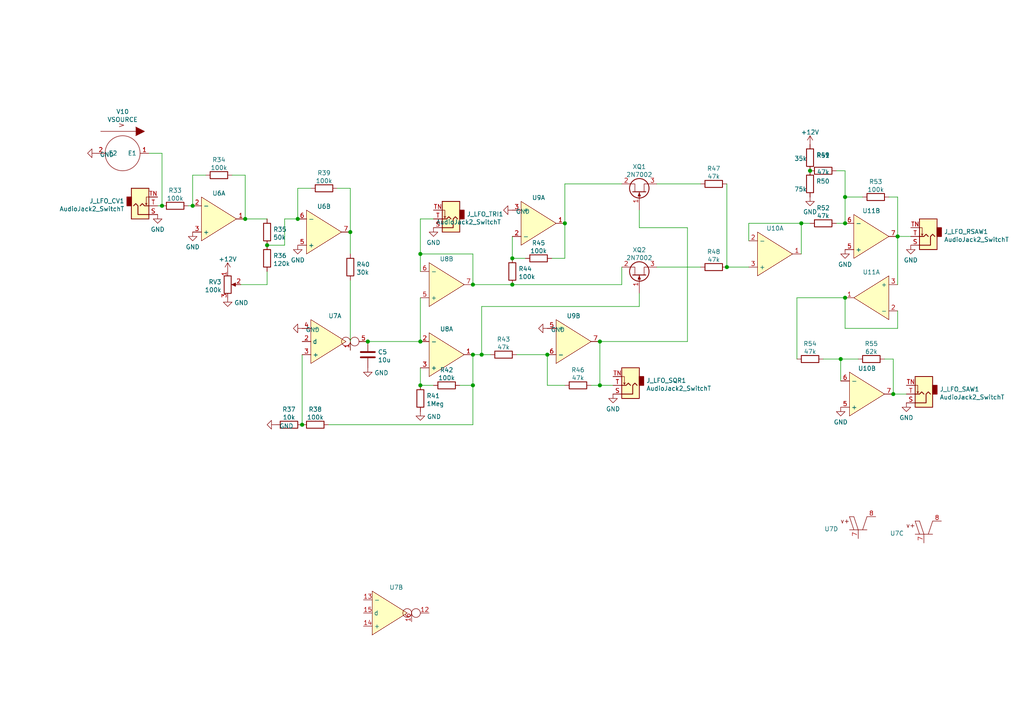
<source format=kicad_sch>
(kicad_sch (version 20210406) (generator eeschema)

  (uuid b208e3be-f098-4386-864c-2f0dc5f09b3f)

  (paper "A4")

  (lib_symbols
    (symbol "Connector:AudioJack2_SwitchT" (in_bom yes) (on_board yes)
      (property "Reference" "J" (id 0) (at 0 8.89 0)
        (effects (font (size 1.27 1.27)))
      )
      (property "Value" "AudioJack2_SwitchT" (id 1) (at 0 6.35 0)
        (effects (font (size 1.27 1.27)))
      )
      (property "Footprint" "" (id 2) (at 0 0 0)
        (effects (font (size 1.27 1.27)) hide)
      )
      (property "Datasheet" "~" (id 3) (at 0 0 0)
        (effects (font (size 1.27 1.27)) hide)
      )
      (property "ki_keywords" "audio jack receptacle mono headphones phone TS connector" (id 4) (at 0 0 0)
        (effects (font (size 1.27 1.27)) hide)
      )
      (property "ki_description" "Audio Jack, 2 Poles (Mono / TS), Switched T Pole (Normalling)" (id 5) (at 0 0 0)
        (effects (font (size 1.27 1.27)) hide)
      )
      (property "ki_fp_filters" "Jack*" (id 6) (at 0 0 0)
        (effects (font (size 1.27 1.27)) hide)
      )
      (symbol "AudioJack2_SwitchT_0_1"
        (rectangle (start -2.54 0) (end -3.81 -2.54)
          (stroke (width 0.254)) (fill (type outline))
        )
        (rectangle (start 2.54 3.81) (end -2.54 -5.08)
          (stroke (width 0.254)) (fill (type background))
        )
        (polyline
          (pts
            (xy 1.778 -0.254)
            (xy 2.032 -0.762)
          )
          (stroke (width 0)) (fill (type none))
        )
        (polyline
          (pts
            (xy 0 0)
            (xy 0.635 -0.635)
            (xy 1.27 0)
            (xy 2.54 0)
          )
          (stroke (width 0.254)) (fill (type none))
        )
        (polyline
          (pts
            (xy 2.54 -2.54)
            (xy 1.778 -2.54)
            (xy 1.778 -0.254)
            (xy 1.524 -0.762)
          )
          (stroke (width 0)) (fill (type none))
        )
        (polyline
          (pts
            (xy 2.54 2.54)
            (xy -0.635 2.54)
            (xy -0.635 0)
            (xy -1.27 -0.635)
            (xy -1.905 0)
          )
          (stroke (width 0.254)) (fill (type none))
        )
      )
      (symbol "AudioJack2_SwitchT_1_1"
        (pin passive line (at 5.08 2.54 180) (length 2.54)
          (name "~" (effects (font (size 1.27 1.27))))
          (number "S" (effects (font (size 1.27 1.27))))
        )
        (pin passive line (at 5.08 0 180) (length 2.54)
          (name "~" (effects (font (size 1.27 1.27))))
          (number "T" (effects (font (size 1.27 1.27))))
        )
        (pin passive line (at 5.08 -2.54 180) (length 2.54)
          (name "~" (effects (font (size 1.27 1.27))))
          (number "TN" (effects (font (size 1.27 1.27))))
        )
      )
    )
    (symbol "Device:C" (pin_numbers hide) (pin_names (offset 0.254)) (in_bom yes) (on_board yes)
      (property "Reference" "C" (id 0) (at 0.635 2.54 0)
        (effects (font (size 1.27 1.27)) (justify left))
      )
      (property "Value" "C" (id 1) (at 0.635 -2.54 0)
        (effects (font (size 1.27 1.27)) (justify left))
      )
      (property "Footprint" "" (id 2) (at 0.9652 -3.81 0)
        (effects (font (size 1.27 1.27)) hide)
      )
      (property "Datasheet" "~" (id 3) (at 0 0 0)
        (effects (font (size 1.27 1.27)) hide)
      )
      (property "ki_keywords" "cap capacitor" (id 4) (at 0 0 0)
        (effects (font (size 1.27 1.27)) hide)
      )
      (property "ki_description" "Unpolarized capacitor" (id 5) (at 0 0 0)
        (effects (font (size 1.27 1.27)) hide)
      )
      (property "ki_fp_filters" "C_*" (id 6) (at 0 0 0)
        (effects (font (size 1.27 1.27)) hide)
      )
      (symbol "C_0_1"
        (polyline
          (pts
            (xy -2.032 -0.762)
            (xy 2.032 -0.762)
          )
          (stroke (width 0.508)) (fill (type none))
        )
        (polyline
          (pts
            (xy -2.032 0.762)
            (xy 2.032 0.762)
          )
          (stroke (width 0.508)) (fill (type none))
        )
      )
      (symbol "C_1_1"
        (pin passive line (at 0 3.81 270) (length 2.794)
          (name "~" (effects (font (size 1.27 1.27))))
          (number "1" (effects (font (size 1.27 1.27))))
        )
        (pin passive line (at 0 -3.81 90) (length 2.794)
          (name "~" (effects (font (size 1.27 1.27))))
          (number "2" (effects (font (size 1.27 1.27))))
        )
      )
    )
    (symbol "Device:Q_NJFET_GSD" (pin_names (offset 0) hide) (in_bom yes) (on_board yes)
      (property "Reference" "Q" (id 0) (at 5.08 1.27 0)
        (effects (font (size 1.27 1.27)) (justify left))
      )
      (property "Value" "Q_NJFET_GSD" (id 1) (at 5.08 -1.27 0)
        (effects (font (size 1.27 1.27)) (justify left))
      )
      (property "Footprint" "" (id 2) (at 5.08 2.54 0)
        (effects (font (size 1.27 1.27)) hide)
      )
      (property "Datasheet" "~" (id 3) (at 0 0 0)
        (effects (font (size 1.27 1.27)) hide)
      )
      (property "ki_keywords" "transistor NJFET N-JFET" (id 4) (at 0 0 0)
        (effects (font (size 1.27 1.27)) hide)
      )
      (property "ki_description" "N-JFET transistor, gate/source/drain" (id 5) (at 0 0 0)
        (effects (font (size 1.27 1.27)) hide)
      )
      (symbol "Q_NJFET_GSD_0_1"
        (circle (center 1.27 0) (radius 2.8194) (stroke (width 0.254)) (fill (type none)))
        (polyline
          (pts
            (xy 0.254 1.905)
            (xy 0.254 -1.905)
            (xy 0.254 -1.905)
          )
          (stroke (width 0.254)) (fill (type none))
        )
        (polyline
          (pts
            (xy 2.54 -2.54)
            (xy 2.54 -1.27)
            (xy 0.254 -1.27)
          )
          (stroke (width 0)) (fill (type none))
        )
        (polyline
          (pts
            (xy 2.54 2.54)
            (xy 2.54 1.397)
            (xy 0.254 1.397)
          )
          (stroke (width 0)) (fill (type none))
        )
        (polyline
          (pts
            (xy 0 0)
            (xy -1.016 0.381)
            (xy -1.016 -0.381)
            (xy 0 0)
          )
          (stroke (width 0)) (fill (type outline))
        )
      )
      (symbol "Q_NJFET_GSD_1_1"
        (pin input line (at -5.08 0 0) (length 5.334)
          (name "G" (effects (font (size 1.27 1.27))))
          (number "1" (effects (font (size 1.27 1.27))))
        )
        (pin passive line (at 2.54 -5.08 90) (length 2.54)
          (name "S" (effects (font (size 1.27 1.27))))
          (number "2" (effects (font (size 1.27 1.27))))
        )
        (pin passive line (at 2.54 5.08 270) (length 2.54)
          (name "D" (effects (font (size 1.27 1.27))))
          (number "3" (effects (font (size 1.27 1.27))))
        )
      )
    )
    (symbol "Device:R" (pin_numbers hide) (pin_names (offset 0)) (in_bom yes) (on_board yes)
      (property "Reference" "R" (id 0) (at 2.032 0 90)
        (effects (font (size 1.27 1.27)))
      )
      (property "Value" "R" (id 1) (at 0 0 90)
        (effects (font (size 1.27 1.27)))
      )
      (property "Footprint" "" (id 2) (at -1.778 0 90)
        (effects (font (size 1.27 1.27)) hide)
      )
      (property "Datasheet" "~" (id 3) (at 0 0 0)
        (effects (font (size 1.27 1.27)) hide)
      )
      (property "ki_keywords" "R res resistor" (id 4) (at 0 0 0)
        (effects (font (size 1.27 1.27)) hide)
      )
      (property "ki_description" "Resistor" (id 5) (at 0 0 0)
        (effects (font (size 1.27 1.27)) hide)
      )
      (property "ki_fp_filters" "R_*" (id 6) (at 0 0 0)
        (effects (font (size 1.27 1.27)) hide)
      )
      (symbol "R_0_1"
        (rectangle (start -1.016 -2.54) (end 1.016 2.54)
          (stroke (width 0.254)) (fill (type none))
        )
      )
      (symbol "R_1_1"
        (pin passive line (at 0 3.81 270) (length 1.27)
          (name "~" (effects (font (size 1.27 1.27))))
          (number "1" (effects (font (size 1.27 1.27))))
        )
        (pin passive line (at 0 -3.81 90) (length 1.27)
          (name "~" (effects (font (size 1.27 1.27))))
          (number "2" (effects (font (size 1.27 1.27))))
        )
      )
    )
    (symbol "Device:R_Potentiometer" (pin_names (offset 1.016) hide) (in_bom yes) (on_board yes)
      (property "Reference" "RV" (id 0) (at -4.445 0 90)
        (effects (font (size 1.27 1.27)))
      )
      (property "Value" "R_Potentiometer" (id 1) (at -2.54 0 90)
        (effects (font (size 1.27 1.27)))
      )
      (property "Footprint" "" (id 2) (at 0 0 0)
        (effects (font (size 1.27 1.27)) hide)
      )
      (property "Datasheet" "~" (id 3) (at 0 0 0)
        (effects (font (size 1.27 1.27)) hide)
      )
      (property "ki_keywords" "resistor variable" (id 4) (at 0 0 0)
        (effects (font (size 1.27 1.27)) hide)
      )
      (property "ki_description" "Potentiometer" (id 5) (at 0 0 0)
        (effects (font (size 1.27 1.27)) hide)
      )
      (property "ki_fp_filters" "Potentiometer*" (id 6) (at 0 0 0)
        (effects (font (size 1.27 1.27)) hide)
      )
      (symbol "R_Potentiometer_0_1"
        (rectangle (start 1.016 2.54) (end -1.016 -2.54)
          (stroke (width 0.254)) (fill (type none))
        )
        (polyline
          (pts
            (xy 2.54 0)
            (xy 1.524 0)
          )
          (stroke (width 0)) (fill (type none))
        )
        (polyline
          (pts
            (xy 1.143 0)
            (xy 2.286 0.508)
            (xy 2.286 -0.508)
            (xy 1.143 0)
          )
          (stroke (width 0)) (fill (type outline))
        )
      )
      (symbol "R_Potentiometer_1_1"
        (pin passive line (at 0 3.81 270) (length 1.27)
          (name "1" (effects (font (size 1.27 1.27))))
          (number "1" (effects (font (size 1.27 1.27))))
        )
        (pin passive line (at 3.81 0 180) (length 1.27)
          (name "2" (effects (font (size 1.27 1.27))))
          (number "2" (effects (font (size 1.27 1.27))))
        )
        (pin passive line (at 0 -3.81 90) (length 1.27)
          (name "3" (effects (font (size 1.27 1.27))))
          (number "3" (effects (font (size 1.27 1.27))))
        )
      )
    )
    (symbol "mylib:lm13700" (in_bom yes) (on_board yes)
      (property "Reference" "U" (id 0) (at 0 0 0)
        (effects (font (size 1.27 1.27)))
      )
      (property "Value" "lm13700" (id 1) (at 0 10.16 0)
        (effects (font (size 1.27 1.27)) hide)
      )
      (property "Footprint" "" (id 2) (at 0 0 0)
        (effects (font (size 1.27 1.27)) hide)
      )
      (property "Datasheet" "" (id 3) (at 0 0 0)
        (effects (font (size 1.27 1.27)) hide)
      )
      (property "Spice_Primitive" "X" (id 4) (at 5.08 7.62 0)
        (effects (font (size 1.27 1.27)) hide)
      )
      (property "Spice_Model" "MY_LM13700" (id 5) (at 1.27 19.05 0)
        (effects (font (size 1.27 1.27)) hide)
      )
      (property "Spice_Netlist_Enabled" "Y" (id 6) (at 8.89 3.81 0)
        (effects (font (size 1.27 1.27)) hide)
      )
      (property "Spice_Lib_File" "C:\\Users\\danie\\Documents\\kicad\\mylibs\\MY_LM13700.lib" (id 7) (at 0 24.13 0)
        (effects (font (size 1.27 1.27)) hide)
      )
      (symbol "lm13700_1_1"
        (circle (center 6.35 0) (radius 1.27) (stroke (width 0.1524)) (fill (type none)))
        (circle (center 8.89 0) (radius 1.27) (stroke (width 0.1524)) (fill (type none)))
        (polyline
          (pts
            (xy 6.35 0)
            (xy -3.81 6.35)
            (xy -3.81 -6.35)
            (xy 6.35 0)
          )
          (stroke (width 0.1524)) (fill (type background))
        )
        (pin input line (at 7.62 2.54 270) (length 2.54)
          (name "" (effects (font (size 1.27 1.27))))
          (number "1" (effects (font (size 1.27 1.27))))
        )
        (pin input line (at -6.35 0 0) (length 2.54)
          (name "d" (effects (font (size 1.27 1.27))))
          (number "2" (effects (font (size 1.27 1.27))))
        )
        (pin input line (at -6.35 3.81 0) (length 2.54)
          (name "+" (effects (font (size 1.27 1.27))))
          (number "3" (effects (font (size 1.27 1.27))))
        )
        (pin input line (at -6.35 -3.81 0) (length 2.54)
          (name "-" (effects (font (size 1.27 1.27))))
          (number "4" (effects (font (size 1.27 1.27))))
        )
        (pin output line (at 12.7 0 180) (length 2.54)
          (name "" (effects (font (size 1.27 1.27))))
          (number "5" (effects (font (size 1.27 1.27))))
        )
      )
      (symbol "lm13700_2_1"
        (circle (center 6.35 0) (radius 1.27) (stroke (width 0.1524)) (fill (type none)))
        (circle (center 8.89 0) (radius 1.27) (stroke (width 0.1524)) (fill (type none)))
        (polyline
          (pts
            (xy -3.81 6.35)
            (xy -3.81 -6.35)
            (xy 6.35 0)
            (xy -3.81 6.35)
          )
          (stroke (width 0.1524)) (fill (type background))
        )
        (pin output line (at 12.7 0 180) (length 2.54)
          (name "" (effects (font (size 1.27 1.27))))
          (number "12" (effects (font (size 1.27 1.27))))
        )
        (pin input line (at -6.35 -3.81 0) (length 2.54)
          (name "-" (effects (font (size 1.27 1.27))))
          (number "13" (effects (font (size 1.27 1.27))))
        )
        (pin input line (at -6.35 3.81 0) (length 2.54)
          (name "+" (effects (font (size 1.27 1.27))))
          (number "14" (effects (font (size 1.27 1.27))))
        )
        (pin input line (at -6.35 0 0) (length 2.54)
          (name "d" (effects (font (size 1.27 1.27))))
          (number "15" (effects (font (size 1.27 1.27))))
        )
        (pin input line (at 7.62 2.54 270) (length 2.54)
          (name "" (effects (font (size 1.27 1.27))))
          (number "16" (effects (font (size 1.27 1.27))))
        )
      )
      (symbol "lm13700_3_0"
        (text "v+" (at -3.81 1.27 0)
          (effects (font (size 1.27 1.27)))
        )
      )
      (symbol "lm13700_3_1"
        (polyline
          (pts
            (xy -2.54 3.81)
            (xy 2.54 3.81)
          )
          (stroke (width 0.1524)) (fill (type none))
        )
        (polyline
          (pts
            (xy -1.27 0)
            (xy -2.54 0)
          )
          (stroke (width 0.1524)) (fill (type none))
        )
        (polyline
          (pts
            (xy -1.27 3.81)
            (xy -2.54 0)
          )
          (stroke (width 0.1524)) (fill (type none))
        )
        (polyline
          (pts
            (xy 0 3.81)
            (xy -1.27 0)
          )
          (stroke (width 0.1524)) (fill (type none))
        )
        (polyline
          (pts
            (xy 1.27 3.81)
            (xy 2.54 0)
          )
          (stroke (width 0.1524)) (fill (type none))
        )
        (pin input line (at 0 6.35 270) (length 2.54)
          (name "" (effects (font (size 1.27 1.27))))
          (number "7" (effects (font (size 1.27 1.27))))
        )
        (pin output line (at 5.08 0 180) (length 2.54)
          (name "" (effects (font (size 1.27 1.27))))
          (number "8" (effects (font (size 1.27 1.27))))
        )
      )
      (symbol "lm13700_4_0"
        (text "v+" (at -3.81 1.27 0)
          (effects (font (size 1.27 1.27)))
        )
      )
      (symbol "lm13700_4_1"
        (polyline
          (pts
            (xy -2.54 3.81)
            (xy 2.54 3.81)
          )
          (stroke (width 0.1524)) (fill (type none))
        )
        (polyline
          (pts
            (xy -1.27 0)
            (xy -2.54 0)
          )
          (stroke (width 0.1524)) (fill (type none))
        )
        (polyline
          (pts
            (xy -1.27 3.81)
            (xy -2.54 0)
          )
          (stroke (width 0.1524)) (fill (type none))
        )
        (polyline
          (pts
            (xy 0 3.81)
            (xy -1.27 0)
          )
          (stroke (width 0.1524)) (fill (type none))
        )
        (polyline
          (pts
            (xy 1.27 3.81)
            (xy 2.54 0)
          )
          (stroke (width 0.1524)) (fill (type none))
        )
        (pin input line (at 0 6.35 270) (length 2.54)
          (name "" (effects (font (size 1.27 1.27))))
          (number "7" (effects (font (size 1.27 1.27))))
        )
        (pin output line (at 5.08 0 180) (length 2.54)
          (name "" (effects (font (size 1.27 1.27))))
          (number "8" (effects (font (size 1.27 1.27))))
        )
      )
      (symbol "lm13700_5_1"
        (pin input line (at 0 8.89 270) (length 2.54)
          (name "+" (effects (font (size 1.27 1.27))))
          (number "11" (effects (font (size 1.27 1.27))))
        )
        (pin input line (at 0 -7.62 90) (length 2.54)
          (name "-" (effects (font (size 1.27 1.27))))
          (number "6" (effects (font (size 1.27 1.27))))
        )
      )
    )
    (symbol "mylib:tl072" (in_bom yes) (on_board yes)
      (property "Reference" "U" (id 0) (at 0 0 0)
        (effects (font (size 1.27 1.27)))
      )
      (property "Value" "tl072" (id 1) (at 1.27 10.16 0)
        (effects (font (size 1.27 1.27)) hide)
      )
      (property "Footprint" "" (id 2) (at 1.27 10.16 0)
        (effects (font (size 1.27 1.27)) hide)
      )
      (property "Datasheet" "" (id 3) (at 1.27 10.16 0)
        (effects (font (size 1.27 1.27)) hide)
      )
      (property "Spice_Primitive" "X" (id 4) (at -5.08 -1.27 0)
        (effects (font (size 1.27 1.27)) hide)
      )
      (property "Spice_Model" "MY_TL072" (id 5) (at 1.27 -24.13 0)
        (effects (font (size 1.27 1.27)) hide)
      )
      (property "Spice_Netlist_Enabled" "Y" (id 6) (at 5.08 -5.08 0)
        (effects (font (size 1.27 1.27)) hide)
      )
      (property "Spice_Lib_File" "C:\\Users\\danie\\Documents\\kicad\\mylibs\\MY_TL072.lib" (id 7) (at 1.27 -24.13 0)
        (effects (font (size 1.27 1.27)) hide)
      )
      (property "ki_locked" "" (id 8) (at 0 0 0)
        (effects (font (size 1.27 1.27)))
      )
      (symbol "tl072_1_1"
        (polyline
          (pts
            (xy 6.35 0)
            (xy -3.81 6.35)
            (xy -3.81 -6.35)
            (xy 6.35 0)
          )
          (stroke (width 0.1524)) (fill (type background))
        )
        (pin output line (at 8.89 0 180) (length 2.54)
          (name "" (effects (font (size 1.27 1.27))))
          (number "1" (effects (font (size 1.27 1.27))))
        )
        (pin input line (at -6.35 3.81 0) (length 2.54)
          (name "-" (effects (font (size 1.27 1.27))))
          (number "2" (effects (font (size 1.27 1.27))))
        )
        (pin input line (at -6.35 -3.81 0) (length 2.54)
          (name "+" (effects (font (size 1.27 1.27))))
          (number "3" (effects (font (size 1.27 1.27))))
        )
      )
      (symbol "tl072_2_1"
        (polyline
          (pts
            (xy -3.81 6.35)
            (xy -3.81 -6.35)
            (xy 6.35 0)
            (xy -3.81 6.35)
          )
          (stroke (width 0.1524)) (fill (type background))
        )
        (pin input line (at -6.35 -3.81 0) (length 2.54)
          (name "+" (effects (font (size 1.27 1.27))))
          (number "5" (effects (font (size 1.27 1.27))))
        )
        (pin input line (at -6.35 3.81 0) (length 2.54)
          (name "-" (effects (font (size 1.27 1.27))))
          (number "6" (effects (font (size 1.27 1.27))))
        )
        (pin output line (at 8.89 0 180) (length 2.54)
          (name "" (effects (font (size 1.27 1.27))))
          (number "7" (effects (font (size 1.27 1.27))))
        )
      )
      (symbol "tl072_3_1"
        (pin power_in line (at 0 -8.89 90) (length 2.54)
          (name "-" (effects (font (size 1.27 1.27))))
          (number "4" (effects (font (size 1.27 1.27))))
        )
        (pin power_in line (at 0 7.62 270) (length 2.54)
          (name "+" (effects (font (size 1.27 1.27))))
          (number "8" (effects (font (size 1.27 1.27))))
        )
      )
    )
    (symbol "power:+12V" (power) (pin_names (offset 0)) (in_bom yes) (on_board yes)
      (property "Reference" "#PWR" (id 0) (at 0 -3.81 0)
        (effects (font (size 1.27 1.27)) hide)
      )
      (property "Value" "+12V" (id 1) (at 0 3.556 0)
        (effects (font (size 1.27 1.27)))
      )
      (property "Footprint" "" (id 2) (at 0 0 0)
        (effects (font (size 1.27 1.27)) hide)
      )
      (property "Datasheet" "" (id 3) (at 0 0 0)
        (effects (font (size 1.27 1.27)) hide)
      )
      (property "ki_keywords" "power-flag" (id 4) (at 0 0 0)
        (effects (font (size 1.27 1.27)) hide)
      )
      (property "ki_description" "Power symbol creates a global label with name \"+12V\"" (id 5) (at 0 0 0)
        (effects (font (size 1.27 1.27)) hide)
      )
      (symbol "+12V_0_1"
        (polyline
          (pts
            (xy -0.762 1.27)
            (xy 0 2.54)
          )
          (stroke (width 0)) (fill (type none))
        )
        (polyline
          (pts
            (xy 0 0)
            (xy 0 2.54)
          )
          (stroke (width 0)) (fill (type none))
        )
        (polyline
          (pts
            (xy 0 2.54)
            (xy 0.762 1.27)
          )
          (stroke (width 0)) (fill (type none))
        )
      )
      (symbol "+12V_1_1"
        (pin power_in line (at 0 0 90) (length 0) hide
          (name "+12V" (effects (font (size 1.27 1.27))))
          (number "1" (effects (font (size 1.27 1.27))))
        )
      )
    )
    (symbol "power:-12V" (power) (pin_names (offset 0)) (in_bom yes) (on_board yes)
      (property "Reference" "#PWR" (id 0) (at 0 2.54 0)
        (effects (font (size 1.27 1.27)) hide)
      )
      (property "Value" "-12V" (id 1) (at 0 3.81 0)
        (effects (font (size 1.27 1.27)))
      )
      (property "Footprint" "" (id 2) (at 0 0 0)
        (effects (font (size 1.27 1.27)) hide)
      )
      (property "Datasheet" "" (id 3) (at 0 0 0)
        (effects (font (size 1.27 1.27)) hide)
      )
      (property "ki_keywords" "power-flag" (id 4) (at 0 0 0)
        (effects (font (size 1.27 1.27)) hide)
      )
      (property "ki_description" "Power symbol creates a global label with name \"-12V\"" (id 5) (at 0 0 0)
        (effects (font (size 1.27 1.27)) hide)
      )
      (symbol "-12V_0_0"
        (pin power_in line (at 0 0 90) (length 0) hide
          (name "-12V" (effects (font (size 1.27 1.27))))
          (number "1" (effects (font (size 1.27 1.27))))
        )
      )
      (symbol "-12V_0_1"
        (polyline
          (pts
            (xy 0 0)
            (xy 0 1.27)
            (xy 0.762 1.27)
            (xy 0 2.54)
            (xy -0.762 1.27)
            (xy 0 1.27)
          )
          (stroke (width 0)) (fill (type outline))
        )
      )
    )
    (symbol "power:GND" (power) (pin_names (offset 0)) (in_bom yes) (on_board yes)
      (property "Reference" "#PWR" (id 0) (at 0 -6.35 0)
        (effects (font (size 1.27 1.27)) hide)
      )
      (property "Value" "GND" (id 1) (at 0 -3.81 0)
        (effects (font (size 1.27 1.27)))
      )
      (property "Footprint" "" (id 2) (at 0 0 0)
        (effects (font (size 1.27 1.27)) hide)
      )
      (property "Datasheet" "" (id 3) (at 0 0 0)
        (effects (font (size 1.27 1.27)) hide)
      )
      (property "ki_keywords" "power-flag" (id 4) (at 0 0 0)
        (effects (font (size 1.27 1.27)) hide)
      )
      (property "ki_description" "Power symbol creates a global label with name \"GND\" , ground" (id 5) (at 0 0 0)
        (effects (font (size 1.27 1.27)) hide)
      )
      (symbol "GND_0_1"
        (polyline
          (pts
            (xy 0 0)
            (xy 0 -1.27)
            (xy 1.27 -1.27)
            (xy 0 -2.54)
            (xy -1.27 -1.27)
            (xy 0 -1.27)
          )
          (stroke (width 0)) (fill (type none))
        )
      )
      (symbol "GND_1_1"
        (pin power_in line (at 0 0 270) (length 0) hide
          (name "GND" (effects (font (size 1.27 1.27))))
          (number "1" (effects (font (size 1.27 1.27))))
        )
      )
    )
    (symbol "pspice:VSOURCE" (pin_names (offset 1.016)) (in_bom yes) (on_board yes)
      (property "Reference" "V" (id 0) (at -6.35 7.62 0)
        (effects (font (size 1.27 1.27)))
      )
      (property "Value" "VSOURCE" (id 1) (at 0 0 0)
        (effects (font (size 1.27 1.27)))
      )
      (property "Footprint" "" (id 2) (at 0 0 0)
        (effects (font (size 1.27 1.27)) hide)
      )
      (property "Datasheet" "~" (id 3) (at 0 0 0)
        (effects (font (size 1.27 1.27)) hide)
      )
      (property "ki_keywords" "simulation" (id 4) (at 0 0 0)
        (effects (font (size 1.27 1.27)) hide)
      )
      (property "ki_description" "Voltage source symbol for simulation only" (id 5) (at 0 0 0)
        (effects (font (size 1.27 1.27)) hide)
      )
      (symbol "VSOURCE_0_1"
        (circle (center 0 0) (radius 5.08) (stroke (width 0)) (fill (type none)))
        (text "V" (at -8.128 -0.254 0)
          (effects (font (size 1.27 1.27)))
        )
        (polyline
          (pts
            (xy -6.35 -6.35)
            (xy -6.35 3.81)
          )
          (stroke (width 0)) (fill (type outline))
        )
        (polyline
          (pts
            (xy -7.62 3.81)
            (xy -6.35 6.35)
            (xy -5.08 3.81)
          )
          (stroke (width 0)) (fill (type outline))
        )
      )
      (symbol "VSOURCE_1_1"
        (pin input line (at 0 7.62 270) (length 2.54)
          (name "E1" (effects (font (size 1.27 1.27))))
          (number "1" (effects (font (size 1.27 1.27))))
        )
        (pin input line (at 0 -7.62 90) (length 2.54)
          (name "E2" (effects (font (size 1.27 1.27))))
          (number "2" (effects (font (size 1.27 1.27))))
        )
      )
    )
  )

  (junction (at 46.99 59.69) (diameter 1.016) (color 0 0 0 0))
  (junction (at 55.88 59.69) (diameter 1.016) (color 0 0 0 0))
  (junction (at 71.12 63.5) (diameter 1.016) (color 0 0 0 0))
  (junction (at 77.47 71.12) (diameter 1.016) (color 0 0 0 0))
  (junction (at 86.36 63.5) (diameter 1.016) (color 0 0 0 0))
  (junction (at 87.63 123.19) (diameter 1.016) (color 0 0 0 0))
  (junction (at 101.6 67.31) (diameter 1.016) (color 0 0 0 0))
  (junction (at 106.68 99.06) (diameter 1.016) (color 0 0 0 0))
  (junction (at 121.92 73.66) (diameter 1.016) (color 0 0 0 0))
  (junction (at 121.92 99.06) (diameter 1.016) (color 0 0 0 0))
  (junction (at 121.92 111.76) (diameter 1.016) (color 0 0 0 0))
  (junction (at 137.16 82.55) (diameter 1.016) (color 0 0 0 0))
  (junction (at 137.16 102.87) (diameter 1.016) (color 0 0 0 0))
  (junction (at 137.16 111.76) (diameter 1.016) (color 0 0 0 0))
  (junction (at 139.7 102.87) (diameter 1.016) (color 0 0 0 0))
  (junction (at 148.59 74.93) (diameter 1.016) (color 0 0 0 0))
  (junction (at 148.59 82.55) (diameter 1.016) (color 0 0 0 0))
  (junction (at 158.75 102.87) (diameter 1.016) (color 0 0 0 0))
  (junction (at 163.83 64.77) (diameter 1.016) (color 0 0 0 0))
  (junction (at 173.99 99.06) (diameter 1.016) (color 0 0 0 0))
  (junction (at 173.99 111.76) (diameter 1.016) (color 0 0 0 0))
  (junction (at 210.82 77.47) (diameter 1.016) (color 0 0 0 0))
  (junction (at 232.41 64.77) (diameter 1.016) (color 0 0 0 0))
  (junction (at 234.95 49.53) (diameter 1.016) (color 0 0 0 0))
  (junction (at 243.84 104.14) (diameter 1.016) (color 0 0 0 0))
  (junction (at 245.11 57.15) (diameter 1.016) (color 0 0 0 0))
  (junction (at 245.11 64.77) (diameter 1.016) (color 0 0 0 0))
  (junction (at 245.11 86.36) (diameter 1.016) (color 0 0 0 0))
  (junction (at 259.08 114.3) (diameter 1.016) (color 0 0 0 0))
  (junction (at 260.35 68.58) (diameter 1.016) (color 0 0 0 0))

  (wire (pts (xy 43.18 44.45) (xy 46.99 44.45))
    (stroke (width 0) (type solid) (color 0 0 0 0))
    (uuid a8065a90-f839-48af-b3ce-ddde68915f19)
  )
  (wire (pts (xy 45.72 59.69) (xy 46.99 59.69))
    (stroke (width 0) (type solid) (color 0 0 0 0))
    (uuid f2f3da2a-b44e-4944-9271-69d90ce214ad)
  )
  (wire (pts (xy 46.99 44.45) (xy 46.99 59.69))
    (stroke (width 0) (type solid) (color 0 0 0 0))
    (uuid a8065a90-f839-48af-b3ce-ddde68915f19)
  )
  (wire (pts (xy 54.61 59.69) (xy 55.88 59.69))
    (stroke (width 0) (type solid) (color 0 0 0 0))
    (uuid b6682db6-bb3e-45b0-824d-5c86c94461a9)
  )
  (wire (pts (xy 55.88 50.8) (xy 59.69 50.8))
    (stroke (width 0) (type solid) (color 0 0 0 0))
    (uuid ecbf1bfc-2530-4f4e-9a11-dfb1f8c5b57f)
  )
  (wire (pts (xy 55.88 59.69) (xy 55.88 50.8))
    (stroke (width 0) (type solid) (color 0 0 0 0))
    (uuid ecbf1bfc-2530-4f4e-9a11-dfb1f8c5b57f)
  )
  (wire (pts (xy 67.31 50.8) (xy 71.12 50.8))
    (stroke (width 0) (type solid) (color 0 0 0 0))
    (uuid e61db157-fabf-48f0-8052-f7c82e6b1b98)
  )
  (wire (pts (xy 69.85 82.55) (xy 77.47 82.55))
    (stroke (width 0) (type solid) (color 0 0 0 0))
    (uuid e32a9643-5cb8-4443-b918-c34248e933d2)
  )
  (wire (pts (xy 71.12 50.8) (xy 71.12 63.5))
    (stroke (width 0) (type solid) (color 0 0 0 0))
    (uuid e61db157-fabf-48f0-8052-f7c82e6b1b98)
  )
  (wire (pts (xy 71.12 63.5) (xy 77.47 63.5))
    (stroke (width 0) (type solid) (color 0 0 0 0))
    (uuid 6529d0b2-e0ad-4174-a819-596e510b39d2)
  )
  (wire (pts (xy 77.47 71.12) (xy 82.55 71.12))
    (stroke (width 0) (type solid) (color 0 0 0 0))
    (uuid 55e4c353-8fd8-4295-b430-73642966ee6c)
  )
  (wire (pts (xy 77.47 82.55) (xy 77.47 78.74))
    (stroke (width 0) (type solid) (color 0 0 0 0))
    (uuid e32a9643-5cb8-4443-b918-c34248e933d2)
  )
  (wire (pts (xy 82.55 63.5) (xy 86.36 63.5))
    (stroke (width 0) (type solid) (color 0 0 0 0))
    (uuid 55e4c353-8fd8-4295-b430-73642966ee6c)
  )
  (wire (pts (xy 82.55 71.12) (xy 82.55 63.5))
    (stroke (width 0) (type solid) (color 0 0 0 0))
    (uuid 55e4c353-8fd8-4295-b430-73642966ee6c)
  )
  (wire (pts (xy 86.36 54.61) (xy 86.36 63.5))
    (stroke (width 0) (type solid) (color 0 0 0 0))
    (uuid e8b549d2-b7fd-48b0-b916-822db6b9ba6e)
  )
  (wire (pts (xy 87.63 102.87) (xy 87.63 123.19))
    (stroke (width 0) (type solid) (color 0 0 0 0))
    (uuid f864e69a-f724-49c1-90c4-6b660f0aa814)
  )
  (wire (pts (xy 90.17 54.61) (xy 86.36 54.61))
    (stroke (width 0) (type solid) (color 0 0 0 0))
    (uuid e8b549d2-b7fd-48b0-b916-822db6b9ba6e)
  )
  (wire (pts (xy 95.25 123.19) (xy 137.16 123.19))
    (stroke (width 0) (type solid) (color 0 0 0 0))
    (uuid 91df2c54-d2c6-4439-b82a-cc07a905666c)
  )
  (wire (pts (xy 97.79 54.61) (xy 101.6 54.61))
    (stroke (width 0) (type solid) (color 0 0 0 0))
    (uuid 6d779467-7f59-4bc7-a50f-c384f13ed7a0)
  )
  (wire (pts (xy 101.6 54.61) (xy 101.6 67.31))
    (stroke (width 0) (type solid) (color 0 0 0 0))
    (uuid 6d779467-7f59-4bc7-a50f-c384f13ed7a0)
  )
  (wire (pts (xy 101.6 67.31) (xy 101.6 73.66))
    (stroke (width 0) (type solid) (color 0 0 0 0))
    (uuid 55740d54-a3fa-4108-9109-9a4d4a12c351)
  )
  (wire (pts (xy 101.6 81.28) (xy 101.6 101.6))
    (stroke (width 0) (type solid) (color 0 0 0 0))
    (uuid 334933f8-5ba9-4a25-87e7-34c7b60ee7b0)
  )
  (wire (pts (xy 106.68 99.06) (xy 121.92 99.06))
    (stroke (width 0) (type solid) (color 0 0 0 0))
    (uuid aa184322-026c-40a8-85f3-d31172f80fbe)
  )
  (wire (pts (xy 121.92 63.5) (xy 121.92 73.66))
    (stroke (width 0) (type solid) (color 0 0 0 0))
    (uuid 72cdeda7-84fe-40c2-b47a-c4a0b9d1803a)
  )
  (wire (pts (xy 121.92 73.66) (xy 137.16 73.66))
    (stroke (width 0) (type solid) (color 0 0 0 0))
    (uuid 1f9db5ad-a0d1-4ec8-8315-0f998758a4f8)
  )
  (wire (pts (xy 121.92 78.74) (xy 121.92 73.66))
    (stroke (width 0) (type solid) (color 0 0 0 0))
    (uuid 1f9db5ad-a0d1-4ec8-8315-0f998758a4f8)
  )
  (wire (pts (xy 121.92 86.36) (xy 121.92 99.06))
    (stroke (width 0) (type solid) (color 0 0 0 0))
    (uuid f6c98f5c-0459-4272-8b01-b553b27b3c77)
  )
  (wire (pts (xy 121.92 106.68) (xy 121.92 111.76))
    (stroke (width 0) (type solid) (color 0 0 0 0))
    (uuid f7f36801-9b1a-4717-b034-b84ecafb5fe0)
  )
  (wire (pts (xy 121.92 111.76) (xy 125.73 111.76))
    (stroke (width 0) (type solid) (color 0 0 0 0))
    (uuid fc474999-06bf-4714-b791-b889585d8c2d)
  )
  (wire (pts (xy 125.73 63.5) (xy 121.92 63.5))
    (stroke (width 0) (type solid) (color 0 0 0 0))
    (uuid 72cdeda7-84fe-40c2-b47a-c4a0b9d1803a)
  )
  (wire (pts (xy 133.35 111.76) (xy 137.16 111.76))
    (stroke (width 0) (type solid) (color 0 0 0 0))
    (uuid dc3c6b30-e562-448a-b839-451c00b50fb5)
  )
  (wire (pts (xy 137.16 73.66) (xy 137.16 82.55))
    (stroke (width 0) (type solid) (color 0 0 0 0))
    (uuid 1f9db5ad-a0d1-4ec8-8315-0f998758a4f8)
  )
  (wire (pts (xy 137.16 82.55) (xy 148.59 82.55))
    (stroke (width 0) (type solid) (color 0 0 0 0))
    (uuid a4b42ce3-1a7a-4a33-bc9b-827c564830f7)
  )
  (wire (pts (xy 137.16 102.87) (xy 139.7 102.87))
    (stroke (width 0) (type solid) (color 0 0 0 0))
    (uuid 611b4d5a-ebc1-4fb1-abc0-d00ce25403ed)
  )
  (wire (pts (xy 137.16 111.76) (xy 137.16 102.87))
    (stroke (width 0) (type solid) (color 0 0 0 0))
    (uuid cb045e71-da4b-4019-9ec4-3cbfcfa96981)
  )
  (wire (pts (xy 137.16 111.76) (xy 137.16 123.19))
    (stroke (width 0) (type solid) (color 0 0 0 0))
    (uuid cb045e71-da4b-4019-9ec4-3cbfcfa96981)
  )
  (wire (pts (xy 139.7 88.9) (xy 185.42 88.9))
    (stroke (width 0) (type solid) (color 0 0 0 0))
    (uuid 9ddd6cf8-922a-49f6-9b6f-c1d8204ac609)
  )
  (wire (pts (xy 139.7 102.87) (xy 139.7 88.9))
    (stroke (width 0) (type solid) (color 0 0 0 0))
    (uuid 9ddd6cf8-922a-49f6-9b6f-c1d8204ac609)
  )
  (wire (pts (xy 139.7 102.87) (xy 142.24 102.87))
    (stroke (width 0) (type solid) (color 0 0 0 0))
    (uuid 611b4d5a-ebc1-4fb1-abc0-d00ce25403ed)
  )
  (wire (pts (xy 148.59 68.58) (xy 148.59 74.93))
    (stroke (width 0) (type solid) (color 0 0 0 0))
    (uuid 196db192-b028-449d-9bc3-5f1272985ae6)
  )
  (wire (pts (xy 148.59 74.93) (xy 152.4 74.93))
    (stroke (width 0) (type solid) (color 0 0 0 0))
    (uuid 70d998d1-93cc-41fd-a528-691be3628140)
  )
  (wire (pts (xy 148.59 82.55) (xy 180.34 82.55))
    (stroke (width 0) (type solid) (color 0 0 0 0))
    (uuid 40f2155e-ffcb-4b60-b035-d3467a2f5304)
  )
  (wire (pts (xy 149.86 102.87) (xy 158.75 102.87))
    (stroke (width 0) (type solid) (color 0 0 0 0))
    (uuid ea4647e6-c6fe-4551-8bb4-968ac638bfe8)
  )
  (wire (pts (xy 158.75 111.76) (xy 158.75 102.87))
    (stroke (width 0) (type solid) (color 0 0 0 0))
    (uuid 332e074c-2ee9-4612-9f92-c7ff85901967)
  )
  (wire (pts (xy 163.83 53.34) (xy 180.34 53.34))
    (stroke (width 0) (type solid) (color 0 0 0 0))
    (uuid 16f774a9-66af-498e-8120-47ec1f321382)
  )
  (wire (pts (xy 163.83 64.77) (xy 163.83 53.34))
    (stroke (width 0) (type solid) (color 0 0 0 0))
    (uuid 16f774a9-66af-498e-8120-47ec1f321382)
  )
  (wire (pts (xy 163.83 64.77) (xy 163.83 74.93))
    (stroke (width 0) (type solid) (color 0 0 0 0))
    (uuid df553021-98bb-4b1c-9a9d-45c327607d34)
  )
  (wire (pts (xy 163.83 74.93) (xy 160.02 74.93))
    (stroke (width 0) (type solid) (color 0 0 0 0))
    (uuid df553021-98bb-4b1c-9a9d-45c327607d34)
  )
  (wire (pts (xy 163.83 111.76) (xy 158.75 111.76))
    (stroke (width 0) (type solid) (color 0 0 0 0))
    (uuid 332e074c-2ee9-4612-9f92-c7ff85901967)
  )
  (wire (pts (xy 171.45 111.76) (xy 173.99 111.76))
    (stroke (width 0) (type solid) (color 0 0 0 0))
    (uuid 9ab65690-1b51-44eb-8f78-b30bf4763149)
  )
  (wire (pts (xy 173.99 99.06) (xy 173.99 111.76))
    (stroke (width 0) (type solid) (color 0 0 0 0))
    (uuid d2fd700c-d4ed-4518-9cf6-875e4033dfc5)
  )
  (wire (pts (xy 173.99 99.06) (xy 199.39 99.06))
    (stroke (width 0) (type solid) (color 0 0 0 0))
    (uuid c515de0b-fd01-4351-a5e0-11fa72a52448)
  )
  (wire (pts (xy 173.99 111.76) (xy 177.8 111.76))
    (stroke (width 0) (type solid) (color 0 0 0 0))
    (uuid 9ab65690-1b51-44eb-8f78-b30bf4763149)
  )
  (wire (pts (xy 180.34 82.55) (xy 180.34 77.47))
    (stroke (width 0) (type solid) (color 0 0 0 0))
    (uuid 40f2155e-ffcb-4b60-b035-d3467a2f5304)
  )
  (wire (pts (xy 185.42 66.04) (xy 185.42 60.96))
    (stroke (width 0) (type solid) (color 0 0 0 0))
    (uuid c515de0b-fd01-4351-a5e0-11fa72a52448)
  )
  (wire (pts (xy 185.42 88.9) (xy 185.42 85.09))
    (stroke (width 0) (type solid) (color 0 0 0 0))
    (uuid 9ddd6cf8-922a-49f6-9b6f-c1d8204ac609)
  )
  (wire (pts (xy 190.5 53.34) (xy 203.2 53.34))
    (stroke (width 0) (type solid) (color 0 0 0 0))
    (uuid 80be8d07-55e8-4b26-90e0-112f813df11d)
  )
  (wire (pts (xy 190.5 77.47) (xy 203.2 77.47))
    (stroke (width 0) (type solid) (color 0 0 0 0))
    (uuid 3d32da43-0ca3-4d66-b235-685940271671)
  )
  (wire (pts (xy 199.39 66.04) (xy 185.42 66.04))
    (stroke (width 0) (type solid) (color 0 0 0 0))
    (uuid c515de0b-fd01-4351-a5e0-11fa72a52448)
  )
  (wire (pts (xy 199.39 99.06) (xy 199.39 66.04))
    (stroke (width 0) (type solid) (color 0 0 0 0))
    (uuid c515de0b-fd01-4351-a5e0-11fa72a52448)
  )
  (wire (pts (xy 210.82 53.34) (xy 210.82 77.47))
    (stroke (width 0) (type solid) (color 0 0 0 0))
    (uuid 6f003d76-4d45-4345-89a6-af016c30769e)
  )
  (wire (pts (xy 210.82 77.47) (xy 217.17 77.47))
    (stroke (width 0) (type solid) (color 0 0 0 0))
    (uuid 817c5814-8976-4c2d-87cb-3a2e8d9455c6)
  )
  (wire (pts (xy 217.17 64.77) (xy 217.17 69.85))
    (stroke (width 0) (type solid) (color 0 0 0 0))
    (uuid 4b19c009-bc31-4acf-b4f8-c593c23d7fbb)
  )
  (wire (pts (xy 231.14 86.36) (xy 231.14 104.14))
    (stroke (width 0) (type solid) (color 0 0 0 0))
    (uuid 84cbd546-b858-43e0-82c1-27b2d9a01f48)
  )
  (wire (pts (xy 232.41 64.77) (xy 217.17 64.77))
    (stroke (width 0) (type solid) (color 0 0 0 0))
    (uuid 4b19c009-bc31-4acf-b4f8-c593c23d7fbb)
  )
  (wire (pts (xy 232.41 64.77) (xy 234.95 64.77))
    (stroke (width 0) (type solid) (color 0 0 0 0))
    (uuid 0891047a-21c6-4ab9-baf9-56b5a6d8fb0d)
  )
  (wire (pts (xy 232.41 73.66) (xy 232.41 64.77))
    (stroke (width 0) (type solid) (color 0 0 0 0))
    (uuid 4b19c009-bc31-4acf-b4f8-c593c23d7fbb)
  )
  (wire (pts (xy 238.76 104.14) (xy 243.84 104.14))
    (stroke (width 0) (type solid) (color 0 0 0 0))
    (uuid bed21707-898c-49eb-bc74-6c19c9829db6)
  )
  (wire (pts (xy 242.57 49.53) (xy 245.11 49.53))
    (stroke (width 0) (type solid) (color 0 0 0 0))
    (uuid 99da807e-5cac-44e5-b29f-8aedc560eef0)
  )
  (wire (pts (xy 242.57 64.77) (xy 245.11 64.77))
    (stroke (width 0) (type solid) (color 0 0 0 0))
    (uuid a515d888-7677-4daa-9152-6604d4b7c95a)
  )
  (wire (pts (xy 243.84 104.14) (xy 243.84 110.49))
    (stroke (width 0) (type solid) (color 0 0 0 0))
    (uuid 099e3605-a3e7-4dc5-85ad-ae426e06bd94)
  )
  (wire (pts (xy 245.11 49.53) (xy 245.11 57.15))
    (stroke (width 0) (type solid) (color 0 0 0 0))
    (uuid 99da807e-5cac-44e5-b29f-8aedc560eef0)
  )
  (wire (pts (xy 245.11 57.15) (xy 245.11 64.77))
    (stroke (width 0) (type solid) (color 0 0 0 0))
    (uuid 99da807e-5cac-44e5-b29f-8aedc560eef0)
  )
  (wire (pts (xy 245.11 86.36) (xy 231.14 86.36))
    (stroke (width 0) (type solid) (color 0 0 0 0))
    (uuid 84cbd546-b858-43e0-82c1-27b2d9a01f48)
  )
  (wire (pts (xy 245.11 95.25) (xy 245.11 86.36))
    (stroke (width 0) (type solid) (color 0 0 0 0))
    (uuid 79ead97c-01d0-429b-9e6d-bbab989561f5)
  )
  (wire (pts (xy 248.92 104.14) (xy 243.84 104.14))
    (stroke (width 0) (type solid) (color 0 0 0 0))
    (uuid 099e3605-a3e7-4dc5-85ad-ae426e06bd94)
  )
  (wire (pts (xy 250.19 57.15) (xy 245.11 57.15))
    (stroke (width 0) (type solid) (color 0 0 0 0))
    (uuid befe456d-774f-4fdb-a623-6a9c1d62f698)
  )
  (wire (pts (xy 256.54 104.14) (xy 259.08 104.14))
    (stroke (width 0) (type solid) (color 0 0 0 0))
    (uuid fa905f52-9d23-437b-9596-26cd4b2a3659)
  )
  (wire (pts (xy 257.81 57.15) (xy 260.35 57.15))
    (stroke (width 0) (type solid) (color 0 0 0 0))
    (uuid 789f5d1c-c757-4f51-b9bd-417a03aba1d4)
  )
  (wire (pts (xy 259.08 104.14) (xy 259.08 114.3))
    (stroke (width 0) (type solid) (color 0 0 0 0))
    (uuid fa905f52-9d23-437b-9596-26cd4b2a3659)
  )
  (wire (pts (xy 259.08 114.3) (xy 262.89 114.3))
    (stroke (width 0) (type solid) (color 0 0 0 0))
    (uuid 94059b8f-a9bb-4b34-9023-0ea6f1eb6e32)
  )
  (wire (pts (xy 260.35 57.15) (xy 260.35 68.58))
    (stroke (width 0) (type solid) (color 0 0 0 0))
    (uuid 789f5d1c-c757-4f51-b9bd-417a03aba1d4)
  )
  (wire (pts (xy 260.35 68.58) (xy 260.35 82.55))
    (stroke (width 0) (type solid) (color 0 0 0 0))
    (uuid e702bb5e-dc25-4af7-87aa-afd98d18c1e3)
  )
  (wire (pts (xy 260.35 68.58) (xy 264.16 68.58))
    (stroke (width 0) (type solid) (color 0 0 0 0))
    (uuid 4e850065-08bd-4da3-a8da-c4ebe9371e71)
  )
  (wire (pts (xy 260.35 90.17) (xy 260.35 95.25))
    (stroke (width 0) (type solid) (color 0 0 0 0))
    (uuid 79ead97c-01d0-429b-9e6d-bbab989561f5)
  )
  (wire (pts (xy 260.35 95.25) (xy 245.11 95.25))
    (stroke (width 0) (type solid) (color 0 0 0 0))
    (uuid 79ead97c-01d0-429b-9e6d-bbab989561f5)
  )

  (symbol (lib_id "power:+12V") (at 66.04 78.74 0) (unit 1)
    (in_bom yes) (on_board yes) (fields_autoplaced)
    (uuid 96ec37fe-d9e0-43f7-9aba-fef4432444ed)
    (property "Reference" "#PWR053" (id 0) (at 66.04 82.55 0)
      (effects (font (size 1.27 1.27)) hide)
    )
    (property "Value" "+12V" (id 1) (at 66.04 75.1926 0))
    (property "Footprint" "" (id 2) (at 66.04 78.74 0)
      (effects (font (size 1.27 1.27)) hide)
    )
    (property "Datasheet" "" (id 3) (at 66.04 78.74 0)
      (effects (font (size 1.27 1.27)) hide)
    )
    (pin "1" (uuid b338c720-cbba-4ed8-b3fc-936eeafdd962))
  )

  (symbol (lib_id "power:+12V") (at 234.95 41.91 0) (unit 1)
    (in_bom yes) (on_board yes) (fields_autoplaced)
    (uuid 1e6bf58c-35e6-45a8-84e1-20eddd12b770)
    (property "Reference" "#PWR064" (id 0) (at 234.95 45.72 0)
      (effects (font (size 1.27 1.27)) hide)
    )
    (property "Value" "+12V" (id 1) (at 234.95 38.3626 0))
    (property "Footprint" "" (id 2) (at 234.95 41.91 0)
      (effects (font (size 1.27 1.27)) hide)
    )
    (property "Datasheet" "" (id 3) (at 234.95 41.91 0)
      (effects (font (size 1.27 1.27)) hide)
    )
    (pin "1" (uuid 987b3769-f26a-4ac7-b2ea-1a4eed062f26))
  )

  (symbol (lib_id "power:+12V") (at 312.42 40.64 0) (unit 1)
    (in_bom yes) (on_board yes) (fields_autoplaced)
    (uuid 11098bda-785d-4d8c-85e1-9cbb2760a018)
    (property "Reference" "#PWR071" (id 0) (at 312.42 44.45 0)
      (effects (font (size 1.27 1.27)) hide)
    )
    (property "Value" "+12V" (id 1) (at 312.42 37.0926 0))
    (property "Footprint" "" (id 2) (at 312.42 40.64 0)
      (effects (font (size 1.27 1.27)) hide)
    )
    (property "Datasheet" "" (id 3) (at 312.42 40.64 0)
      (effects (font (size 1.27 1.27)) hide)
    )
    (pin "1" (uuid e9dc4d0d-da7c-40bf-bbca-0913fdb51ebb))
  )

  (symbol (lib_id "power:-12V") (at 312.42 57.15 180) (unit 1)
    (in_bom yes) (on_board yes) (fields_autoplaced)
    (uuid 27e87461-19c0-42b2-af4a-a6d97bd5d6bb)
    (property "Reference" "#PWR072" (id 0) (at 312.42 59.69 0)
      (effects (font (size 1.27 1.27)) hide)
    )
    (property "Value" "-12V" (id 1) (at 312.42 61.4744 0))
    (property "Footprint" "" (id 2) (at 312.42 57.15 0)
      (effects (font (size 1.27 1.27)) hide)
    )
    (property "Datasheet" "" (id 3) (at 312.42 57.15 0)
      (effects (font (size 1.27 1.27)) hide)
    )
    (pin "1" (uuid 1fd18eca-5a52-4646-ad51-b97fe82fd562))
  )

  (symbol (lib_id "power:+12V") (at 318.77 40.64 0) (unit 1)
    (in_bom yes) (on_board yes) (fields_autoplaced)
    (uuid 6b722950-25c6-4439-bd0c-143cdde90831)
    (property "Reference" "#PWR073" (id 0) (at 318.77 44.45 0)
      (effects (font (size 1.27 1.27)) hide)
    )
    (property "Value" "+12V" (id 1) (at 318.77 37.0926 0))
    (property "Footprint" "" (id 2) (at 318.77 40.64 0)
      (effects (font (size 1.27 1.27)) hide)
    )
    (property "Datasheet" "" (id 3) (at 318.77 40.64 0)
      (effects (font (size 1.27 1.27)) hide)
    )
    (pin "1" (uuid 511ee613-ec1b-45a8-b7f3-456cea62f5a1))
  )

  (symbol (lib_id "power:-12V") (at 318.77 57.15 180) (unit 1)
    (in_bom yes) (on_board yes) (fields_autoplaced)
    (uuid b46e2fff-5b46-455d-a212-17ced0ddf5df)
    (property "Reference" "#PWR074" (id 0) (at 318.77 59.69 0)
      (effects (font (size 1.27 1.27)) hide)
    )
    (property "Value" "-12V" (id 1) (at 318.77 61.4744 0))
    (property "Footprint" "" (id 2) (at 318.77 57.15 0)
      (effects (font (size 1.27 1.27)) hide)
    )
    (property "Datasheet" "" (id 3) (at 318.77 57.15 0)
      (effects (font (size 1.27 1.27)) hide)
    )
    (pin "1" (uuid ac63cacb-97c9-4859-8278-60f0341aa718))
  )

  (symbol (lib_id "power:+12V") (at 325.12 40.64 0) (unit 1)
    (in_bom yes) (on_board yes) (fields_autoplaced)
    (uuid 547473f6-3b3d-4e13-88e0-46bc74c77699)
    (property "Reference" "#PWR075" (id 0) (at 325.12 44.45 0)
      (effects (font (size 1.27 1.27)) hide)
    )
    (property "Value" "+12V" (id 1) (at 325.12 37.0926 0))
    (property "Footprint" "" (id 2) (at 325.12 40.64 0)
      (effects (font (size 1.27 1.27)) hide)
    )
    (property "Datasheet" "" (id 3) (at 325.12 40.64 0)
      (effects (font (size 1.27 1.27)) hide)
    )
    (pin "1" (uuid 6d499524-666a-4de9-b423-7a169589bd86))
  )

  (symbol (lib_id "power:-12V") (at 325.12 57.15 180) (unit 1)
    (in_bom yes) (on_board yes) (fields_autoplaced)
    (uuid 545b9635-c939-45fe-8f93-b380da5143cb)
    (property "Reference" "#PWR076" (id 0) (at 325.12 59.69 0)
      (effects (font (size 1.27 1.27)) hide)
    )
    (property "Value" "-12V" (id 1) (at 325.12 61.4744 0))
    (property "Footprint" "" (id 2) (at 325.12 57.15 0)
      (effects (font (size 1.27 1.27)) hide)
    )
    (property "Datasheet" "" (id 3) (at 325.12 57.15 0)
      (effects (font (size 1.27 1.27)) hide)
    )
    (pin "1" (uuid 57d4170b-aa28-405c-ba96-a0078f42293c))
  )

  (symbol (lib_id "power:+12V") (at 328.93 69.85 0) (unit 1)
    (in_bom yes) (on_board yes) (fields_autoplaced)
    (uuid 405b69ae-14ef-4d52-84f2-6f67d1c3f987)
    (property "Reference" "#PWR077" (id 0) (at 328.93 73.66 0)
      (effects (font (size 1.27 1.27)) hide)
    )
    (property "Value" "+12V" (id 1) (at 328.93 66.3026 0))
    (property "Footprint" "" (id 2) (at 328.93 69.85 0)
      (effects (font (size 1.27 1.27)) hide)
    )
    (property "Datasheet" "" (id 3) (at 328.93 69.85 0)
      (effects (font (size 1.27 1.27)) hide)
    )
    (pin "1" (uuid f573e790-eeef-4798-b619-12d8d140bcfb))
  )

  (symbol (lib_id "power:-12V") (at 328.93 86.36 180) (unit 1)
    (in_bom yes) (on_board yes) (fields_autoplaced)
    (uuid 0d16d755-74e4-4764-8900-7109d5c3e807)
    (property "Reference" "#PWR078" (id 0) (at 328.93 88.9 0)
      (effects (font (size 1.27 1.27)) hide)
    )
    (property "Value" "-12V" (id 1) (at 328.93 90.6844 0))
    (property "Footprint" "" (id 2) (at 328.93 86.36 0)
      (effects (font (size 1.27 1.27)) hide)
    )
    (property "Datasheet" "" (id 3) (at 328.93 86.36 0)
      (effects (font (size 1.27 1.27)) hide)
    )
    (pin "1" (uuid 5b4c3c7f-0759-45a2-95eb-0b3cc53acc8e))
  )

  (symbol (lib_id "power:+12V") (at 331.47 40.64 0) (unit 1)
    (in_bom yes) (on_board yes) (fields_autoplaced)
    (uuid 54ce032e-9423-487e-b78f-9d6f53841fbf)
    (property "Reference" "#PWR079" (id 0) (at 331.47 44.45 0)
      (effects (font (size 1.27 1.27)) hide)
    )
    (property "Value" "+12V" (id 1) (at 331.47 37.0926 0))
    (property "Footprint" "" (id 2) (at 331.47 40.64 0)
      (effects (font (size 1.27 1.27)) hide)
    )
    (property "Datasheet" "" (id 3) (at 331.47 40.64 0)
      (effects (font (size 1.27 1.27)) hide)
    )
    (pin "1" (uuid 6c3aa50e-bf96-4295-9170-097513526a61))
  )

  (symbol (lib_id "power:-12V") (at 331.47 57.15 180) (unit 1)
    (in_bom yes) (on_board yes) (fields_autoplaced)
    (uuid 70763cd0-98cb-4531-9234-2149a5bfb189)
    (property "Reference" "#PWR080" (id 0) (at 331.47 59.69 0)
      (effects (font (size 1.27 1.27)) hide)
    )
    (property "Value" "-12V" (id 1) (at 331.47 61.4744 0))
    (property "Footprint" "" (id 2) (at 331.47 57.15 0)
      (effects (font (size 1.27 1.27)) hide)
    )
    (property "Datasheet" "" (id 3) (at 331.47 57.15 0)
      (effects (font (size 1.27 1.27)) hide)
    )
    (pin "1" (uuid be3434ad-5c9d-4b1f-96f8-cfe2215861a5))
  )

  (symbol (lib_id "power:+12V") (at 340.36 69.85 0) (unit 1)
    (in_bom yes) (on_board yes) (fields_autoplaced)
    (uuid 0dc48a7c-2f45-49c3-901b-3a35e256e461)
    (property "Reference" "#PWR081" (id 0) (at 340.36 73.66 0)
      (effects (font (size 1.27 1.27)) hide)
    )
    (property "Value" "+12V" (id 1) (at 340.36 66.3026 0))
    (property "Footprint" "" (id 2) (at 340.36 69.85 0)
      (effects (font (size 1.27 1.27)) hide)
    )
    (property "Datasheet" "" (id 3) (at 340.36 69.85 0)
      (effects (font (size 1.27 1.27)) hide)
    )
    (pin "1" (uuid d64843cc-0811-4ae9-9ad1-0a2b84dc9599))
  )

  (symbol (lib_id "power:-12V") (at 340.36 86.36 180) (unit 1)
    (in_bom yes) (on_board yes) (fields_autoplaced)
    (uuid 8ecd7541-58ea-40f9-81ea-a96c399cfb0f)
    (property "Reference" "#PWR082" (id 0) (at 340.36 88.9 0)
      (effects (font (size 1.27 1.27)) hide)
    )
    (property "Value" "-12V" (id 1) (at 340.36 90.6844 0))
    (property "Footprint" "" (id 2) (at 340.36 86.36 0)
      (effects (font (size 1.27 1.27)) hide)
    )
    (property "Datasheet" "" (id 3) (at 340.36 86.36 0)
      (effects (font (size 1.27 1.27)) hide)
    )
    (pin "1" (uuid f31d9bb8-3a80-4206-819c-9d3bc4f5a887))
  )

  (symbol (lib_id "power:GND") (at 27.94 44.45 270) (unit 1)
    (in_bom yes) (on_board yes) (fields_autoplaced)
    (uuid 5c396838-62d4-428c-b69d-cb955cb6dece)
    (property "Reference" "#PWR069" (id 0) (at 21.59 44.45 0)
      (effects (font (size 1.27 1.27)) hide)
    )
    (property "Value" "GND" (id 1) (at 28.9561 44.8385 90)
      (effects (font (size 1.27 1.27)) (justify left))
    )
    (property "Footprint" "" (id 2) (at 27.94 44.45 0)
      (effects (font (size 1.27 1.27)) hide)
    )
    (property "Datasheet" "" (id 3) (at 27.94 44.45 0)
      (effects (font (size 1.27 1.27)) hide)
    )
    (pin "1" (uuid 200cb61a-d07a-43e9-b53c-c153310a417b))
  )

  (symbol (lib_id "power:GND") (at 45.72 62.23 0) (unit 1)
    (in_bom yes) (on_board yes) (fields_autoplaced)
    (uuid 3981e61b-35c1-44b7-b4fc-00a895a83656)
    (property "Reference" "#PWR051" (id 0) (at 45.72 68.58 0)
      (effects (font (size 1.27 1.27)) hide)
    )
    (property "Value" "GND" (id 1) (at 45.72 66.5544 0))
    (property "Footprint" "" (id 2) (at 45.72 62.23 0)
      (effects (font (size 1.27 1.27)) hide)
    )
    (property "Datasheet" "" (id 3) (at 45.72 62.23 0)
      (effects (font (size 1.27 1.27)) hide)
    )
    (pin "1" (uuid 987582d0-e1b6-4d32-b9e9-efc3b3cbbbb7))
  )

  (symbol (lib_id "power:GND") (at 55.88 67.31 0) (unit 1)
    (in_bom yes) (on_board yes) (fields_autoplaced)
    (uuid 8a5036d0-eb34-44f8-9cf3-6af26b6eefbf)
    (property "Reference" "#PWR052" (id 0) (at 55.88 73.66 0)
      (effects (font (size 1.27 1.27)) hide)
    )
    (property "Value" "GND" (id 1) (at 55.88 71.6344 0))
    (property "Footprint" "" (id 2) (at 55.88 67.31 0)
      (effects (font (size 1.27 1.27)) hide)
    )
    (property "Datasheet" "" (id 3) (at 55.88 67.31 0)
      (effects (font (size 1.27 1.27)) hide)
    )
    (pin "1" (uuid a9bd40fb-d352-4756-8f23-b72e6e7a7caf))
  )

  (symbol (lib_id "power:GND") (at 66.04 86.36 0) (unit 1)
    (in_bom yes) (on_board yes) (fields_autoplaced)
    (uuid 43821ae0-9abf-46b9-ac0a-52497cec7012)
    (property "Reference" "#PWR054" (id 0) (at 66.04 92.71 0)
      (effects (font (size 1.27 1.27)) hide)
    )
    (property "Value" "GND" (id 1) (at 67.9451 87.828 0)
      (effects (font (size 1.27 1.27)) (justify left))
    )
    (property "Footprint" "" (id 2) (at 66.04 86.36 0)
      (effects (font (size 1.27 1.27)) hide)
    )
    (property "Datasheet" "" (id 3) (at 66.04 86.36 0)
      (effects (font (size 1.27 1.27)) hide)
    )
    (pin "1" (uuid abd88eea-6ddb-453a-90ad-e70725f96736))
  )

  (symbol (lib_id "power:GND") (at 80.01 123.19 270) (unit 1)
    (in_bom yes) (on_board yes) (fields_autoplaced)
    (uuid b22e4852-d583-412d-a402-4ce471e901dd)
    (property "Reference" "#PWR055" (id 0) (at 73.66 123.19 0)
      (effects (font (size 1.27 1.27)) hide)
    )
    (property "Value" "GND" (id 1) (at 81.0261 123.5785 90)
      (effects (font (size 1.27 1.27)) (justify left))
    )
    (property "Footprint" "" (id 2) (at 80.01 123.19 0)
      (effects (font (size 1.27 1.27)) hide)
    )
    (property "Datasheet" "" (id 3) (at 80.01 123.19 0)
      (effects (font (size 1.27 1.27)) hide)
    )
    (pin "1" (uuid 57a02906-e8cf-418b-bf8a-34d0d0d4b013))
  )

  (symbol (lib_id "power:GND") (at 86.36 71.12 0) (unit 1)
    (in_bom yes) (on_board yes) (fields_autoplaced)
    (uuid 32fee864-8c38-474b-8786-adf34f728d9c)
    (property "Reference" "#PWR056" (id 0) (at 86.36 77.47 0)
      (effects (font (size 1.27 1.27)) hide)
    )
    (property "Value" "GND" (id 1) (at 86.36 75.4444 0))
    (property "Footprint" "" (id 2) (at 86.36 71.12 0)
      (effects (font (size 1.27 1.27)) hide)
    )
    (property "Datasheet" "" (id 3) (at 86.36 71.12 0)
      (effects (font (size 1.27 1.27)) hide)
    )
    (pin "1" (uuid c3e2e092-f303-4386-a744-de65ae90bc6f))
  )

  (symbol (lib_id "power:GND") (at 87.63 95.25 270) (unit 1)
    (in_bom yes) (on_board yes) (fields_autoplaced)
    (uuid 96b2f86d-cf84-41fd-9bcb-ad47fc96d536)
    (property "Reference" "#PWR057" (id 0) (at 81.28 95.25 0)
      (effects (font (size 1.27 1.27)) hide)
    )
    (property "Value" "GND" (id 1) (at 88.6461 95.6385 90)
      (effects (font (size 1.27 1.27)) (justify left))
    )
    (property "Footprint" "" (id 2) (at 87.63 95.25 0)
      (effects (font (size 1.27 1.27)) hide)
    )
    (property "Datasheet" "" (id 3) (at 87.63 95.25 0)
      (effects (font (size 1.27 1.27)) hide)
    )
    (pin "1" (uuid 9fd23f21-d7bd-43ed-951c-d2c9a2dae102))
  )

  (symbol (lib_id "power:GND") (at 106.68 106.68 0) (unit 1)
    (in_bom yes) (on_board yes) (fields_autoplaced)
    (uuid c51e716f-74a4-4800-aae6-011e07050c1f)
    (property "Reference" "#PWR058" (id 0) (at 106.68 113.03 0)
      (effects (font (size 1.27 1.27)) hide)
    )
    (property "Value" "GND" (id 1) (at 108.5851 108.148 0)
      (effects (font (size 1.27 1.27)) (justify left))
    )
    (property "Footprint" "" (id 2) (at 106.68 106.68 0)
      (effects (font (size 1.27 1.27)) hide)
    )
    (property "Datasheet" "" (id 3) (at 106.68 106.68 0)
      (effects (font (size 1.27 1.27)) hide)
    )
    (pin "1" (uuid 94bc9e3f-ed87-4ee9-ac80-ac19f0220992))
  )

  (symbol (lib_id "power:GND") (at 121.92 119.38 0) (unit 1)
    (in_bom yes) (on_board yes) (fields_autoplaced)
    (uuid 4e376d0e-41ac-4ff3-958e-ce375a15af44)
    (property "Reference" "#PWR059" (id 0) (at 121.92 125.73 0)
      (effects (font (size 1.27 1.27)) hide)
    )
    (property "Value" "GND" (id 1) (at 123.8251 120.848 0)
      (effects (font (size 1.27 1.27)) (justify left))
    )
    (property "Footprint" "" (id 2) (at 121.92 119.38 0)
      (effects (font (size 1.27 1.27)) hide)
    )
    (property "Datasheet" "" (id 3) (at 121.92 119.38 0)
      (effects (font (size 1.27 1.27)) hide)
    )
    (pin "1" (uuid a82bcb4a-5137-4a4f-a311-0135f29d1f21))
  )

  (symbol (lib_id "power:GND") (at 125.73 66.04 0) (mirror y) (unit 1)
    (in_bom yes) (on_board yes) (fields_autoplaced)
    (uuid 65ede830-95eb-482b-87b6-aec37479d06e)
    (property "Reference" "#PWR060" (id 0) (at 125.73 72.39 0)
      (effects (font (size 1.27 1.27)) hide)
    )
    (property "Value" "GND" (id 1) (at 125.73 70.3644 0))
    (property "Footprint" "" (id 2) (at 125.73 66.04 0)
      (effects (font (size 1.27 1.27)) hide)
    )
    (property "Datasheet" "" (id 3) (at 125.73 66.04 0)
      (effects (font (size 1.27 1.27)) hide)
    )
    (pin "1" (uuid 79d0adc6-667c-47b4-9d1b-66616f26e871))
  )

  (symbol (lib_id "power:GND") (at 148.59 60.96 270) (unit 1)
    (in_bom yes) (on_board yes) (fields_autoplaced)
    (uuid fdcf748c-90e4-417c-bf4e-d485aee55444)
    (property "Reference" "#PWR061" (id 0) (at 142.24 60.96 0)
      (effects (font (size 1.27 1.27)) hide)
    )
    (property "Value" "GND" (id 1) (at 149.6061 61.3485 90)
      (effects (font (size 1.27 1.27)) (justify left))
    )
    (property "Footprint" "" (id 2) (at 148.59 60.96 0)
      (effects (font (size 1.27 1.27)) hide)
    )
    (property "Datasheet" "" (id 3) (at 148.59 60.96 0)
      (effects (font (size 1.27 1.27)) hide)
    )
    (pin "1" (uuid b61624af-6171-4603-ac3d-bcd5b361b465))
  )

  (symbol (lib_id "power:GND") (at 158.75 95.25 270) (mirror x) (unit 1)
    (in_bom yes) (on_board yes) (fields_autoplaced)
    (uuid 407d86b3-853b-4fac-9df2-e712dabb3f9f)
    (property "Reference" "#PWR070" (id 0) (at 152.4 95.25 0)
      (effects (font (size 1.27 1.27)) hide)
    )
    (property "Value" "GND" (id 1) (at 159.7661 95.6385 90)
      (effects (font (size 1.27 1.27)) (justify left))
    )
    (property "Footprint" "" (id 2) (at 158.75 95.25 0)
      (effects (font (size 1.27 1.27)) hide)
    )
    (property "Datasheet" "" (id 3) (at 158.75 95.25 0)
      (effects (font (size 1.27 1.27)) hide)
    )
    (pin "1" (uuid 7d838014-be77-44cd-b4ee-f2dfc847885a))
  )

  (symbol (lib_id "power:GND") (at 177.8 114.3 0) (mirror y) (unit 1)
    (in_bom yes) (on_board yes) (fields_autoplaced)
    (uuid e3438d4e-4902-4136-9683-ccd3cc74418a)
    (property "Reference" "#PWR062" (id 0) (at 177.8 120.65 0)
      (effects (font (size 1.27 1.27)) hide)
    )
    (property "Value" "GND" (id 1) (at 177.8 118.6244 0))
    (property "Footprint" "" (id 2) (at 177.8 114.3 0)
      (effects (font (size 1.27 1.27)) hide)
    )
    (property "Datasheet" "" (id 3) (at 177.8 114.3 0)
      (effects (font (size 1.27 1.27)) hide)
    )
    (pin "1" (uuid e669696a-1ca9-4b0a-8a0b-96b7fa47d623))
  )

  (symbol (lib_id "power:GND") (at 234.95 57.15 0) (mirror y) (unit 1)
    (in_bom yes) (on_board yes) (fields_autoplaced)
    (uuid 690216ea-85f2-4a87-8f19-5a4c5abb93ca)
    (property "Reference" "#PWR065" (id 0) (at 234.95 63.5 0)
      (effects (font (size 1.27 1.27)) hide)
    )
    (property "Value" "GND" (id 1) (at 234.95 61.4744 0))
    (property "Footprint" "" (id 2) (at 234.95 57.15 0)
      (effects (font (size 1.27 1.27)) hide)
    )
    (property "Datasheet" "" (id 3) (at 234.95 57.15 0)
      (effects (font (size 1.27 1.27)) hide)
    )
    (pin "1" (uuid a3dc0178-f469-457b-b730-f4601db52c63))
  )

  (symbol (lib_id "power:GND") (at 243.84 118.11 0) (mirror y) (unit 1)
    (in_bom yes) (on_board yes) (fields_autoplaced)
    (uuid a77da06d-3f8e-47c4-aefb-89d71eaa9193)
    (property "Reference" "#PWR063" (id 0) (at 243.84 124.46 0)
      (effects (font (size 1.27 1.27)) hide)
    )
    (property "Value" "GND" (id 1) (at 243.84 122.4344 0))
    (property "Footprint" "" (id 2) (at 243.84 118.11 0)
      (effects (font (size 1.27 1.27)) hide)
    )
    (property "Datasheet" "" (id 3) (at 243.84 118.11 0)
      (effects (font (size 1.27 1.27)) hide)
    )
    (pin "1" (uuid ae64ff94-de15-4668-bbee-b79cf55f5b98))
  )

  (symbol (lib_id "power:GND") (at 245.11 72.39 0) (mirror y) (unit 1)
    (in_bom yes) (on_board yes) (fields_autoplaced)
    (uuid 0c92178d-aff4-4db5-a769-3fbc2871e3c6)
    (property "Reference" "#PWR066" (id 0) (at 245.11 78.74 0)
      (effects (font (size 1.27 1.27)) hide)
    )
    (property "Value" "GND" (id 1) (at 245.11 76.7144 0))
    (property "Footprint" "" (id 2) (at 245.11 72.39 0)
      (effects (font (size 1.27 1.27)) hide)
    )
    (property "Datasheet" "" (id 3) (at 245.11 72.39 0)
      (effects (font (size 1.27 1.27)) hide)
    )
    (pin "1" (uuid ab153608-24e8-4871-9f3f-ce98364136c9))
  )

  (symbol (lib_id "power:GND") (at 262.89 116.84 0) (mirror y) (unit 1)
    (in_bom yes) (on_board yes) (fields_autoplaced)
    (uuid 5f4f268d-99ab-42ab-9e82-ae5ff6bb1653)
    (property "Reference" "#PWR068" (id 0) (at 262.89 123.19 0)
      (effects (font (size 1.27 1.27)) hide)
    )
    (property "Value" "GND" (id 1) (at 262.89 121.1644 0))
    (property "Footprint" "" (id 2) (at 262.89 116.84 0)
      (effects (font (size 1.27 1.27)) hide)
    )
    (property "Datasheet" "" (id 3) (at 262.89 116.84 0)
      (effects (font (size 1.27 1.27)) hide)
    )
    (pin "1" (uuid 5df50f06-9cb6-43f1-be49-7244e5b54a68))
  )

  (symbol (lib_id "power:GND") (at 264.16 71.12 0) (mirror y) (unit 1)
    (in_bom yes) (on_board yes) (fields_autoplaced)
    (uuid aece6e1e-2731-4040-9a26-922efb09f0c4)
    (property "Reference" "#PWR067" (id 0) (at 264.16 77.47 0)
      (effects (font (size 1.27 1.27)) hide)
    )
    (property "Value" "GND" (id 1) (at 264.16 75.4444 0))
    (property "Footprint" "" (id 2) (at 264.16 71.12 0)
      (effects (font (size 1.27 1.27)) hide)
    )
    (property "Datasheet" "" (id 3) (at 264.16 71.12 0)
      (effects (font (size 1.27 1.27)) hide)
    )
    (pin "1" (uuid af4de2e1-4874-4189-a46f-0518ffb1bfce))
  )

  (symbol (lib_id "mylib:tl072") (at 312.42 48.26 0) (unit 3)
    (in_bom yes) (on_board yes) (fields_autoplaced)
    (uuid 75165553-6a21-440b-9891-fc25956343f5)
    (property "Reference" "U8" (id 0) (at 313.4361 49.2835 0)
      (effects (font (size 1.27 1.27)) (justify left))
    )
    (property "Value" "tl072" (id 1) (at 313.69 38.1 0)
      (effects (font (size 1.27 1.27)) hide)
    )
    (property "Footprint" "" (id 2) (at 313.69 38.1 0)
      (effects (font (size 1.27 1.27)) hide)
    )
    (property "Datasheet" "" (id 3) (at 313.69 38.1 0)
      (effects (font (size 1.27 1.27)) hide)
    )
    (property "Spice_Primitive" "X" (id 4) (at 307.34 49.53 0)
      (effects (font (size 1.27 1.27)) hide)
    )
    (property "Spice_Model" "MY_TL072" (id 5) (at 313.69 72.39 0)
      (effects (font (size 1.27 1.27)) hide)
    )
    (property "Spice_Netlist_Enabled" "Y" (id 6) (at 317.5 53.34 0)
      (effects (font (size 1.27 1.27)) hide)
    )
    (property "Spice_Lib_File" "C:\\Users\\danie\\Documents\\kicad\\mylibs\\MY_TL072.lib" (id 7) (at 313.69 72.39 0)
      (effects (font (size 1.27 1.27)) hide)
    )
    (pin "4" (uuid b7713a52-9ae2-4486-ac09-a08ac7d4388e))
    (pin "8" (uuid 5faf13e9-7350-4ffe-a0ad-d3ac5a76b11f))
  )

  (symbol (lib_id "mylib:tl072") (at 318.77 48.26 0) (unit 3)
    (in_bom yes) (on_board yes)
    (uuid f49a9a5d-f3f4-4ab5-b402-37bf894667a0)
    (property "Reference" "U9" (id 0) (at 318.5161 49.2835 0)
      (effects (font (size 1.27 1.27)) (justify left))
    )
    (property "Value" "tl072" (id 1) (at 320.04 38.1 0)
      (effects (font (size 1.27 1.27)) hide)
    )
    (property "Footprint" "" (id 2) (at 320.04 38.1 0)
      (effects (font (size 1.27 1.27)) hide)
    )
    (property "Datasheet" "" (id 3) (at 320.04 38.1 0)
      (effects (font (size 1.27 1.27)) hide)
    )
    (property "Spice_Primitive" "X" (id 4) (at 313.69 49.53 0)
      (effects (font (size 1.27 1.27)) hide)
    )
    (property "Spice_Model" "MY_TL072" (id 5) (at 320.04 72.39 0)
      (effects (font (size 1.27 1.27)) hide)
    )
    (property "Spice_Netlist_Enabled" "Y" (id 6) (at 323.85 53.34 0)
      (effects (font (size 1.27 1.27)) hide)
    )
    (property "Spice_Lib_File" "C:\\Users\\danie\\Documents\\kicad\\mylibs\\MY_TL072.lib" (id 7) (at 320.04 72.39 0)
      (effects (font (size 1.27 1.27)) hide)
    )
    (pin "4" (uuid 5a568928-2d9f-483a-b9b7-dea5196f4481))
    (pin "8" (uuid 90fcc0b0-fca3-4be8-8159-0f0a1cbbd40f))
  )

  (symbol (lib_id "mylib:tl072") (at 325.12 48.26 0) (unit 3)
    (in_bom yes) (on_board yes) (fields_autoplaced)
    (uuid 17f3102a-84a7-4af1-ac25-e1c97731748a)
    (property "Reference" "U10" (id 0) (at 326.1361 49.2835 0)
      (effects (font (size 1.27 1.27)) (justify left))
    )
    (property "Value" "tl072" (id 1) (at 326.39 38.1 0)
      (effects (font (size 1.27 1.27)) hide)
    )
    (property "Footprint" "" (id 2) (at 326.39 38.1 0)
      (effects (font (size 1.27 1.27)) hide)
    )
    (property "Datasheet" "" (id 3) (at 326.39 38.1 0)
      (effects (font (size 1.27 1.27)) hide)
    )
    (property "Spice_Primitive" "X" (id 4) (at 320.04 49.53 0)
      (effects (font (size 1.27 1.27)) hide)
    )
    (property "Spice_Model" "MY_TL072" (id 5) (at 326.39 72.39 0)
      (effects (font (size 1.27 1.27)) hide)
    )
    (property "Spice_Netlist_Enabled" "Y" (id 6) (at 330.2 53.34 0)
      (effects (font (size 1.27 1.27)) hide)
    )
    (property "Spice_Lib_File" "C:\\Users\\danie\\Documents\\kicad\\mylibs\\MY_TL072.lib" (id 7) (at 326.39 72.39 0)
      (effects (font (size 1.27 1.27)) hide)
    )
    (pin "4" (uuid fd443660-d8d7-4e2a-a8b1-2fe15a96a752))
    (pin "8" (uuid 8ea59d0d-96a8-4887-8d16-809b7adf1c1e))
  )

  (symbol (lib_id "mylib:tl072") (at 328.93 77.47 0) (unit 3)
    (in_bom yes) (on_board yes) (fields_autoplaced)
    (uuid ec1d9a15-9a4c-474a-b539-47ec3729b743)
    (property "Reference" "U6" (id 0) (at 329.9461 78.4935 0)
      (effects (font (size 1.27 1.27)) (justify left))
    )
    (property "Value" "tl072" (id 1) (at 330.2 67.31 0)
      (effects (font (size 1.27 1.27)) hide)
    )
    (property "Footprint" "" (id 2) (at 330.2 67.31 0)
      (effects (font (size 1.27 1.27)) hide)
    )
    (property "Datasheet" "" (id 3) (at 330.2 67.31 0)
      (effects (font (size 1.27 1.27)) hide)
    )
    (property "Spice_Primitive" "X" (id 4) (at 323.85 78.74 0)
      (effects (font (size 1.27 1.27)) hide)
    )
    (property "Spice_Model" "MY_TL072" (id 5) (at 330.2 101.6 0)
      (effects (font (size 1.27 1.27)) hide)
    )
    (property "Spice_Netlist_Enabled" "Y" (id 6) (at 334.01 82.55 0)
      (effects (font (size 1.27 1.27)) hide)
    )
    (property "Spice_Lib_File" "C:\\Users\\danie\\Documents\\kicad\\mylibs\\MY_TL072.lib" (id 7) (at 330.2 101.6 0)
      (effects (font (size 1.27 1.27)) hide)
    )
    (pin "4" (uuid 96f9ba29-4508-48d6-84b5-f849bd4adb41))
    (pin "8" (uuid 62c3f8b8-3760-4d68-bd77-109c5017e310))
  )

  (symbol (lib_id "mylib:tl072") (at 331.47 48.26 0) (unit 3)
    (in_bom yes) (on_board yes) (fields_autoplaced)
    (uuid e01d7e26-8d2a-4435-80ed-3575bbe9bcff)
    (property "Reference" "U11" (id 0) (at 332.4861 49.2835 0)
      (effects (font (size 1.27 1.27)) (justify left))
    )
    (property "Value" "tl072" (id 1) (at 332.74 38.1 0)
      (effects (font (size 1.27 1.27)) hide)
    )
    (property "Footprint" "" (id 2) (at 332.74 38.1 0)
      (effects (font (size 1.27 1.27)) hide)
    )
    (property "Datasheet" "" (id 3) (at 332.74 38.1 0)
      (effects (font (size 1.27 1.27)) hide)
    )
    (property "Spice_Primitive" "X" (id 4) (at 326.39 49.53 0)
      (effects (font (size 1.27 1.27)) hide)
    )
    (property "Spice_Model" "MY_TL072" (id 5) (at 332.74 72.39 0)
      (effects (font (size 1.27 1.27)) hide)
    )
    (property "Spice_Netlist_Enabled" "Y" (id 6) (at 336.55 53.34 0)
      (effects (font (size 1.27 1.27)) hide)
    )
    (property "Spice_Lib_File" "C:\\Users\\danie\\Documents\\kicad\\mylibs\\MY_TL072.lib" (id 7) (at 332.74 72.39 0)
      (effects (font (size 1.27 1.27)) hide)
    )
    (pin "4" (uuid c180203c-f564-459d-9a22-36570cca1849))
    (pin "8" (uuid a917b312-8bef-4387-ac8a-54484f8669bc))
  )

  (symbol (lib_id "mylib:lm13700") (at 340.36 78.74 0) (unit 5)
    (in_bom yes) (on_board yes) (fields_autoplaced)
    (uuid 6b599005-8c46-41d4-9591-5f02a618cc45)
    (property "Reference" "U7" (id 0) (at 341.3761 78.4935 0)
      (effects (font (size 1.27 1.27)) (justify left))
    )
    (property "Value" "lm13700" (id 1) (at 340.36 68.58 0)
      (effects (font (size 1.27 1.27)) hide)
    )
    (property "Footprint" "" (id 2) (at 340.36 78.74 0)
      (effects (font (size 1.27 1.27)) hide)
    )
    (property "Datasheet" "" (id 3) (at 340.36 78.74 0)
      (effects (font (size 1.27 1.27)) hide)
    )
    (property "Spice_Primitive" "X" (id 4) (at 345.44 71.12 0)
      (effects (font (size 1.27 1.27)) hide)
    )
    (property "Spice_Model" "MY_LM13700" (id 5) (at 341.63 59.69 0)
      (effects (font (size 1.27 1.27)) hide)
    )
    (property "Spice_Netlist_Enabled" "Y" (id 6) (at 349.25 74.93 0)
      (effects (font (size 1.27 1.27)) hide)
    )
    (property "Spice_Lib_File" "C:\\Users\\danie\\Documents\\kicad\\mylibs\\MY_LM13700.lib" (id 7) (at 340.36 54.61 0)
      (effects (font (size 1.27 1.27)) hide)
    )
    (pin "11" (uuid cdb89bd6-f61f-418b-9203-8d2a39eee8ad))
    (pin "6" (uuid 25bc9a5f-46b0-4f74-8f82-12ff67a6adf6))
  )

  (symbol (lib_id "Device:R") (at 50.8 59.69 90) (unit 1)
    (in_bom yes) (on_board yes) (fields_autoplaced)
    (uuid a372f804-f35c-4c28-896a-fc5bfd81b1b0)
    (property "Reference" "R33" (id 0) (at 50.8 55.2408 90))
    (property "Value" "100k" (id 1) (at 50.8 57.5395 90))
    (property "Footprint" "" (id 2) (at 50.8 61.468 90)
      (effects (font (size 1.27 1.27)) hide)
    )
    (property "Datasheet" "~" (id 3) (at 50.8 59.69 0)
      (effects (font (size 1.27 1.27)) hide)
    )
    (pin "1" (uuid 3c4c2fa2-8816-4d30-8550-b37e097eba47))
    (pin "2" (uuid aa027806-8a72-42bd-af1b-50bfd95a15e3))
  )

  (symbol (lib_id "Device:R") (at 63.5 50.8 90) (unit 1)
    (in_bom yes) (on_board yes) (fields_autoplaced)
    (uuid 18872506-20a0-41d8-8aa4-983af564a13c)
    (property "Reference" "R34" (id 0) (at 63.5 46.3508 90))
    (property "Value" "100k" (id 1) (at 63.5 48.6495 90))
    (property "Footprint" "" (id 2) (at 63.5 52.578 90)
      (effects (font (size 1.27 1.27)) hide)
    )
    (property "Datasheet" "~" (id 3) (at 63.5 50.8 0)
      (effects (font (size 1.27 1.27)) hide)
    )
    (pin "1" (uuid 537e3bf1-8b28-4299-a57e-e54828cb7474))
    (pin "2" (uuid 074b7069-4183-409e-a6d8-2341661dab00))
  )

  (symbol (lib_id "Device:R") (at 77.47 67.31 180) (unit 1)
    (in_bom yes) (on_board yes) (fields_autoplaced)
    (uuid e870b32d-44e7-40b9-9871-58c3196d1a45)
    (property "Reference" "R35" (id 0) (at 79.2481 66.5491 0)
      (effects (font (size 1.27 1.27)) (justify right))
    )
    (property "Value" "50k" (id 1) (at 79.2481 68.8478 0)
      (effects (font (size 1.27 1.27)) (justify right))
    )
    (property "Footprint" "" (id 2) (at 79.248 67.31 90)
      (effects (font (size 1.27 1.27)) hide)
    )
    (property "Datasheet" "~" (id 3) (at 77.47 67.31 0)
      (effects (font (size 1.27 1.27)) hide)
    )
    (pin "1" (uuid 52b826c8-1af1-4ae2-97ba-5886f66ce565))
    (pin "2" (uuid 870a1e58-3084-4f8b-b285-7c58576ebace))
  )

  (symbol (lib_id "Device:R") (at 77.47 74.93 180) (unit 1)
    (in_bom yes) (on_board yes) (fields_autoplaced)
    (uuid 1c10f608-40fe-4319-89ef-14875b42d1ac)
    (property "Reference" "R36" (id 0) (at 79.2481 74.1691 0)
      (effects (font (size 1.27 1.27)) (justify right))
    )
    (property "Value" "120k" (id 1) (at 79.2481 76.4678 0)
      (effects (font (size 1.27 1.27)) (justify right))
    )
    (property "Footprint" "" (id 2) (at 79.248 74.93 90)
      (effects (font (size 1.27 1.27)) hide)
    )
    (property "Datasheet" "~" (id 3) (at 77.47 74.93 0)
      (effects (font (size 1.27 1.27)) hide)
    )
    (pin "1" (uuid c3f18e96-eae0-47b5-a6c3-1d1c037db4d6))
    (pin "2" (uuid 2384ffc5-5557-44b2-b7b3-ce049f43f0ab))
  )

  (symbol (lib_id "Device:R") (at 83.82 123.19 90) (unit 1)
    (in_bom yes) (on_board yes) (fields_autoplaced)
    (uuid bb727434-a817-4d46-ba59-233fc3f7c404)
    (property "Reference" "R37" (id 0) (at 83.82 118.7408 90))
    (property "Value" "10k" (id 1) (at 83.82 121.0395 90))
    (property "Footprint" "" (id 2) (at 83.82 124.968 90)
      (effects (font (size 1.27 1.27)) hide)
    )
    (property "Datasheet" "~" (id 3) (at 83.82 123.19 0)
      (effects (font (size 1.27 1.27)) hide)
    )
    (pin "1" (uuid 9446fd46-ae1f-44b8-a5bd-2fb80ac73475))
    (pin "2" (uuid 53e2c061-eda8-43b6-867f-38b3f3f73d73))
  )

  (symbol (lib_id "Device:R") (at 91.44 123.19 90) (unit 1)
    (in_bom yes) (on_board yes) (fields_autoplaced)
    (uuid abb6169e-52aa-4cf9-a568-48082ce19b6b)
    (property "Reference" "R38" (id 0) (at 91.44 118.7408 90))
    (property "Value" "100k" (id 1) (at 91.44 121.0395 90))
    (property "Footprint" "" (id 2) (at 91.44 124.968 90)
      (effects (font (size 1.27 1.27)) hide)
    )
    (property "Datasheet" "~" (id 3) (at 91.44 123.19 0)
      (effects (font (size 1.27 1.27)) hide)
    )
    (pin "1" (uuid 355d2232-4937-48f3-8d84-7769f24d6c35))
    (pin "2" (uuid f4a94c9a-1319-47f9-93ca-1ab19ee36d6b))
  )

  (symbol (lib_id "Device:R") (at 93.98 54.61 90) (unit 1)
    (in_bom yes) (on_board yes) (fields_autoplaced)
    (uuid c8e898c4-b11a-443a-93a0-1bc896794b98)
    (property "Reference" "R39" (id 0) (at 93.98 50.1608 90))
    (property "Value" "100k" (id 1) (at 93.98 52.4595 90))
    (property "Footprint" "" (id 2) (at 93.98 56.388 90)
      (effects (font (size 1.27 1.27)) hide)
    )
    (property "Datasheet" "~" (id 3) (at 93.98 54.61 0)
      (effects (font (size 1.27 1.27)) hide)
    )
    (pin "1" (uuid 5a9f87d2-d85e-47ec-80fd-b21d79285b8b))
    (pin "2" (uuid 7d8803fd-acc2-4972-80a6-595338478409))
  )

  (symbol (lib_id "Device:R") (at 101.6 77.47 180) (unit 1)
    (in_bom yes) (on_board yes) (fields_autoplaced)
    (uuid e2183396-cd39-4ccd-acf4-1912044fff00)
    (property "Reference" "R40" (id 0) (at 103.3781 76.7091 0)
      (effects (font (size 1.27 1.27)) (justify right))
    )
    (property "Value" "30k" (id 1) (at 103.3781 79.0078 0)
      (effects (font (size 1.27 1.27)) (justify right))
    )
    (property "Footprint" "" (id 2) (at 103.378 77.47 90)
      (effects (font (size 1.27 1.27)) hide)
    )
    (property "Datasheet" "~" (id 3) (at 101.6 77.47 0)
      (effects (font (size 1.27 1.27)) hide)
    )
    (pin "1" (uuid 078bfc1e-eed2-4447-a101-475c93e6efe1))
    (pin "2" (uuid 2ea5b846-7243-47d2-9d37-ae8e87058dca))
  )

  (symbol (lib_id "Device:R") (at 121.92 115.57 180) (unit 1)
    (in_bom yes) (on_board yes) (fields_autoplaced)
    (uuid 06ea4294-63da-4530-85dd-cd45a22dd49a)
    (property "Reference" "R41" (id 0) (at 123.6981 114.8091 0)
      (effects (font (size 1.27 1.27)) (justify right))
    )
    (property "Value" "1Meg" (id 1) (at 123.6981 117.1078 0)
      (effects (font (size 1.27 1.27)) (justify right))
    )
    (property "Footprint" "" (id 2) (at 123.698 115.57 90)
      (effects (font (size 1.27 1.27)) hide)
    )
    (property "Datasheet" "~" (id 3) (at 121.92 115.57 0)
      (effects (font (size 1.27 1.27)) hide)
    )
    (pin "1" (uuid c1ce874f-97f8-4a75-bb98-fe9bf350ed89))
    (pin "2" (uuid 84eaa9f5-ed53-4b21-b654-5929d5647d49))
  )

  (symbol (lib_id "Device:R") (at 129.54 111.76 270) (unit 1)
    (in_bom yes) (on_board yes) (fields_autoplaced)
    (uuid 38bd8580-cd5f-46f0-9e23-1342b922e3a7)
    (property "Reference" "R42" (id 0) (at 129.54 107.3108 90))
    (property "Value" "100k" (id 1) (at 129.54 109.6095 90))
    (property "Footprint" "" (id 2) (at 129.54 109.982 90)
      (effects (font (size 1.27 1.27)) hide)
    )
    (property "Datasheet" "~" (id 3) (at 129.54 111.76 0)
      (effects (font (size 1.27 1.27)) hide)
    )
    (pin "1" (uuid 372ab077-a812-4db9-98d9-e2aa880bf3ff))
    (pin "2" (uuid 029ff197-5ca2-4b6c-ba60-1415356b53d7))
  )

  (symbol (lib_id "Device:R") (at 146.05 102.87 270) (unit 1)
    (in_bom yes) (on_board yes) (fields_autoplaced)
    (uuid 22f9e768-a8b8-4cc7-ae96-a51c6041e3e0)
    (property "Reference" "R43" (id 0) (at 146.05 98.4208 90))
    (property "Value" "47k" (id 1) (at 146.05 100.7195 90))
    (property "Footprint" "" (id 2) (at 146.05 101.092 90)
      (effects (font (size 1.27 1.27)) hide)
    )
    (property "Datasheet" "~" (id 3) (at 146.05 102.87 0)
      (effects (font (size 1.27 1.27)) hide)
    )
    (pin "1" (uuid f504299d-cf38-4ff1-b767-8f289a2c8ed3))
    (pin "2" (uuid 8080f884-c484-4d35-89f9-d89265a72b41))
  )

  (symbol (lib_id "Device:R") (at 148.59 78.74 180) (unit 1)
    (in_bom yes) (on_board yes) (fields_autoplaced)
    (uuid fc312c49-9b54-41df-a4d0-a740af0b813e)
    (property "Reference" "R44" (id 0) (at 150.3681 77.9791 0)
      (effects (font (size 1.27 1.27)) (justify right))
    )
    (property "Value" "100k" (id 1) (at 150.3681 80.2778 0)
      (effects (font (size 1.27 1.27)) (justify right))
    )
    (property "Footprint" "" (id 2) (at 150.368 78.74 90)
      (effects (font (size 1.27 1.27)) hide)
    )
    (property "Datasheet" "~" (id 3) (at 148.59 78.74 0)
      (effects (font (size 1.27 1.27)) hide)
    )
    (pin "1" (uuid 8a4565c0-44c4-42d9-b09a-a98a6c9e759c))
    (pin "2" (uuid 717edf8e-219c-47a9-b2c8-d99b603d798f))
  )

  (symbol (lib_id "Device:R") (at 156.21 74.93 270) (unit 1)
    (in_bom yes) (on_board yes) (fields_autoplaced)
    (uuid 6ba47b51-6d31-4858-8ea4-681c34c7b57e)
    (property "Reference" "R45" (id 0) (at 156.21 70.4808 90))
    (property "Value" "100k" (id 1) (at 156.21 72.7795 90))
    (property "Footprint" "" (id 2) (at 156.21 73.152 90)
      (effects (font (size 1.27 1.27)) hide)
    )
    (property "Datasheet" "~" (id 3) (at 156.21 74.93 0)
      (effects (font (size 1.27 1.27)) hide)
    )
    (pin "1" (uuid da55518f-7ab4-49fd-81f6-af686ffa72bd))
    (pin "2" (uuid 41d1a279-a4c9-4a8d-aed9-21de0d4b684a))
  )

  (symbol (lib_id "Device:R") (at 167.64 111.76 270) (unit 1)
    (in_bom yes) (on_board yes) (fields_autoplaced)
    (uuid 72175e1e-4e77-481e-bb3c-4e22133e0fe7)
    (property "Reference" "R46" (id 0) (at 167.64 107.3108 90))
    (property "Value" "47k" (id 1) (at 167.64 109.6095 90))
    (property "Footprint" "" (id 2) (at 167.64 109.982 90)
      (effects (font (size 1.27 1.27)) hide)
    )
    (property "Datasheet" "~" (id 3) (at 167.64 111.76 0)
      (effects (font (size 1.27 1.27)) hide)
    )
    (pin "1" (uuid f5a21cab-2a11-4022-ac4a-084d93177c9d))
    (pin "2" (uuid 4b92175f-4a41-4a9e-b32a-1db30a683b88))
  )

  (symbol (lib_id "Device:R") (at 207.01 53.34 270) (unit 1)
    (in_bom yes) (on_board yes) (fields_autoplaced)
    (uuid a67f5b41-c2fb-4e14-82df-4b7aa3133dd0)
    (property "Reference" "R47" (id 0) (at 207.01 48.8908 90))
    (property "Value" "47k" (id 1) (at 207.01 51.1895 90))
    (property "Footprint" "" (id 2) (at 207.01 51.562 90)
      (effects (font (size 1.27 1.27)) hide)
    )
    (property "Datasheet" "~" (id 3) (at 207.01 53.34 0)
      (effects (font (size 1.27 1.27)) hide)
    )
    (pin "1" (uuid e9a7db44-1641-441b-95e8-cb8ef5db1541))
    (pin "2" (uuid c779adf0-8b0e-4b3b-bc7d-e8a0cc47800e))
  )

  (symbol (lib_id "Device:R") (at 207.01 77.47 270) (unit 1)
    (in_bom yes) (on_board yes) (fields_autoplaced)
    (uuid 57e1db4f-6538-4a18-b792-62a6e3d1b811)
    (property "Reference" "R48" (id 0) (at 207.01 73.0208 90))
    (property "Value" "47k" (id 1) (at 207.01 75.3195 90))
    (property "Footprint" "" (id 2) (at 207.01 75.692 90)
      (effects (font (size 1.27 1.27)) hide)
    )
    (property "Datasheet" "~" (id 3) (at 207.01 77.47 0)
      (effects (font (size 1.27 1.27)) hide)
    )
    (pin "1" (uuid 4ee7d648-723b-4c4a-af14-b6de79ded6eb))
    (pin "2" (uuid c5da87db-426b-4fb6-9dfa-e40954e5cdc6))
  )

  (symbol (lib_id "Device:R") (at 234.95 45.72 0) (unit 1)
    (in_bom yes) (on_board yes)
    (uuid d4042835-cf41-48e6-855f-23862fa56381)
    (property "Reference" "R49" (id 0) (at 236.7281 44.9591 0)
      (effects (font (size 1.27 1.27)) (justify left))
    )
    (property "Value" "35k" (id 1) (at 230.3781 45.9878 0)
      (effects (font (size 1.27 1.27)) (justify left))
    )
    (property "Footprint" "" (id 2) (at 233.172 45.72 90)
      (effects (font (size 1.27 1.27)) hide)
    )
    (property "Datasheet" "~" (id 3) (at 234.95 45.72 0)
      (effects (font (size 1.27 1.27)) hide)
    )
    (pin "1" (uuid e588b3ba-f812-4fb4-9ff8-0410d11cef29))
    (pin "2" (uuid 94e55b6b-39e0-4db2-b56c-cec444d45d0e))
  )

  (symbol (lib_id "Device:R") (at 234.95 53.34 0) (unit 1)
    (in_bom yes) (on_board yes)
    (uuid 9ee81390-8a1b-43c0-9f51-275ed4d3263b)
    (property "Reference" "R50" (id 0) (at 236.7281 52.5791 0)
      (effects (font (size 1.27 1.27)) (justify left))
    )
    (property "Value" "75k" (id 1) (at 230.3781 54.8778 0)
      (effects (font (size 1.27 1.27)) (justify left))
    )
    (property "Footprint" "" (id 2) (at 233.172 53.34 90)
      (effects (font (size 1.27 1.27)) hide)
    )
    (property "Datasheet" "~" (id 3) (at 234.95 53.34 0)
      (effects (font (size 1.27 1.27)) hide)
    )
    (pin "1" (uuid 512151e6-d042-494b-a66e-b177f00d9267))
    (pin "2" (uuid 0dbb910f-ac20-4ca6-b3e0-310d71ffc843))
  )

  (symbol (lib_id "Device:R") (at 234.95 104.14 270) (unit 1)
    (in_bom yes) (on_board yes) (fields_autoplaced)
    (uuid 184b5a7d-fa03-4a0d-bf35-be0d37744858)
    (property "Reference" "R54" (id 0) (at 234.95 99.6908 90))
    (property "Value" "47k" (id 1) (at 234.95 101.9895 90))
    (property "Footprint" "" (id 2) (at 234.95 102.362 90)
      (effects (font (size 1.27 1.27)) hide)
    )
    (property "Datasheet" "~" (id 3) (at 234.95 104.14 0)
      (effects (font (size 1.27 1.27)) hide)
    )
    (pin "1" (uuid 5db37bda-9af1-4ba5-8046-6a5d1df91a24))
    (pin "2" (uuid e027d524-113f-4b76-8a8e-829f69c90f1e))
  )

  (symbol (lib_id "Device:R") (at 238.76 49.53 270) (unit 1)
    (in_bom yes) (on_board yes)
    (uuid 3b0d5d98-42d9-4267-85b4-82c2b4f1fc2f)
    (property "Reference" "R51" (id 0) (at 238.76 45.0808 90))
    (property "Value" "47k" (id 1) (at 238.76 49.9195 90))
    (property "Footprint" "" (id 2) (at 238.76 47.752 90)
      (effects (font (size 1.27 1.27)) hide)
    )
    (property "Datasheet" "~" (id 3) (at 238.76 49.53 0)
      (effects (font (size 1.27 1.27)) hide)
    )
    (pin "1" (uuid 24f740a5-2fe7-4533-b6d1-b8dd431b7af9))
    (pin "2" (uuid de1b768d-cf1a-4b46-bb6c-4ce8a0b8b7d4))
  )

  (symbol (lib_id "Device:R") (at 238.76 64.77 270) (unit 1)
    (in_bom yes) (on_board yes) (fields_autoplaced)
    (uuid f208de7f-e30c-4386-908a-a3f4cafe2c0c)
    (property "Reference" "R52" (id 0) (at 238.76 60.3208 90))
    (property "Value" "47k" (id 1) (at 238.76 62.6195 90))
    (property "Footprint" "" (id 2) (at 238.76 62.992 90)
      (effects (font (size 1.27 1.27)) hide)
    )
    (property "Datasheet" "~" (id 3) (at 238.76 64.77 0)
      (effects (font (size 1.27 1.27)) hide)
    )
    (pin "1" (uuid f4d13474-163b-4a1e-aba5-bfb36f185d6f))
    (pin "2" (uuid 016d2da9-6d7f-4320-9771-d31b50a3f7ee))
  )

  (symbol (lib_id "Device:R") (at 252.73 104.14 270) (unit 1)
    (in_bom yes) (on_board yes) (fields_autoplaced)
    (uuid 1618f59b-c81a-4959-9536-9ee3d01931b7)
    (property "Reference" "R55" (id 0) (at 252.73 99.6908 90))
    (property "Value" "62k" (id 1) (at 252.73 101.9895 90))
    (property "Footprint" "" (id 2) (at 252.73 102.362 90)
      (effects (font (size 1.27 1.27)) hide)
    )
    (property "Datasheet" "~" (id 3) (at 252.73 104.14 0)
      (effects (font (size 1.27 1.27)) hide)
    )
    (pin "1" (uuid 18960a32-7d5d-477b-a0a1-cc5e9d4b3761))
    (pin "2" (uuid 98cf6818-75ca-4d9f-b4bf-eebae8b25b49))
  )

  (symbol (lib_id "Device:R") (at 254 57.15 270) (unit 1)
    (in_bom yes) (on_board yes) (fields_autoplaced)
    (uuid 6fc9a181-7854-45a2-b5cf-294ab8c7746f)
    (property "Reference" "R53" (id 0) (at 254 52.7008 90))
    (property "Value" "100k" (id 1) (at 254 54.9995 90))
    (property "Footprint" "" (id 2) (at 254 55.372 90)
      (effects (font (size 1.27 1.27)) hide)
    )
    (property "Datasheet" "~" (id 3) (at 254 57.15 0)
      (effects (font (size 1.27 1.27)) hide)
    )
    (pin "1" (uuid 8438f201-5658-4400-98cc-eb6a2a5096e7))
    (pin "2" (uuid ab1ab5a6-dd37-442c-8edc-97c4fe0724c2))
  )

  (symbol (lib_id "Device:C") (at 106.68 102.87 0) (unit 1)
    (in_bom yes) (on_board yes) (fields_autoplaced)
    (uuid 5db16fa1-3924-4709-82c9-cea5f51cdf05)
    (property "Reference" "C5" (id 0) (at 109.6011 102.1091 0)
      (effects (font (size 1.27 1.27)) (justify left))
    )
    (property "Value" "10u" (id 1) (at 109.6011 104.4078 0)
      (effects (font (size 1.27 1.27)) (justify left))
    )
    (property "Footprint" "" (id 2) (at 107.6452 106.68 0)
      (effects (font (size 1.27 1.27)) hide)
    )
    (property "Datasheet" "~" (id 3) (at 106.68 102.87 0)
      (effects (font (size 1.27 1.27)) hide)
    )
    (pin "1" (uuid bfe43273-094a-46cc-a5c5-55cbec56f679))
    (pin "2" (uuid 32d8afbc-9f14-4009-af79-20a2b23ec59c))
  )

  (symbol (lib_id "Device:R_Potentiometer") (at 66.04 82.55 0) (unit 1)
    (in_bom yes) (on_board yes) (fields_autoplaced)
    (uuid f12e3f04-d6bb-4263-8a93-cb5e841ffda2)
    (property "Reference" "RV3" (id 0) (at 64.262 81.7891 0)
      (effects (font (size 1.27 1.27)) (justify right))
    )
    (property "Value" "100k" (id 1) (at 64.262 84.0878 0)
      (effects (font (size 1.27 1.27)) (justify right))
    )
    (property "Footprint" "" (id 2) (at 66.04 82.55 0)
      (effects (font (size 1.27 1.27)) hide)
    )
    (property "Datasheet" "~" (id 3) (at 66.04 82.55 0)
      (effects (font (size 1.27 1.27)) hide)
    )
    (property "Spice_Primitive" "R" (id 4) (at 66.04 82.55 0)
      (effects (font (size 1.27 1.27)) hide)
    )
    (property "Spice_Model" "100k" (id 5) (at 66.04 82.55 0)
      (effects (font (size 1.27 1.27)) hide)
    )
    (property "Spice_Netlist_Enabled" "N" (id 6) (at 66.04 82.55 0)
      (effects (font (size 1.27 1.27)) hide)
    )
    (pin "1" (uuid 6e4167fb-257b-4785-ac56-9b3d06d17946))
    (pin "2" (uuid 8089547a-65f6-4073-81b4-77c603a5b05f))
    (pin "3" (uuid cc64451a-e669-48ee-9215-018c5c78ace3))
  )

  (symbol (lib_id "mylib:lm13700") (at 248.92 149.86 0) (mirror x) (unit 4)
    (in_bom yes) (on_board yes) (fields_autoplaced)
    (uuid 48d20112-7735-4ca9-8fc4-7a849a3325c2)
    (property "Reference" "U7" (id 0) (at 243.1256 153.4235 0)
      (effects (font (size 1.27 1.27)) (justify right))
    )
    (property "Value" "lm13700" (id 1) (at 248.92 160.02 0)
      (effects (font (size 1.27 1.27)) hide)
    )
    (property "Footprint" "" (id 2) (at 248.92 149.86 0)
      (effects (font (size 1.27 1.27)) hide)
    )
    (property "Datasheet" "" (id 3) (at 248.92 149.86 0)
      (effects (font (size 1.27 1.27)) hide)
    )
    (property "Spice_Primitive" "X" (id 4) (at 254 157.48 0)
      (effects (font (size 1.27 1.27)) hide)
    )
    (property "Spice_Model" "MY_LM13700" (id 5) (at 250.19 168.91 0)
      (effects (font (size 1.27 1.27)) hide)
    )
    (property "Spice_Netlist_Enabled" "Y" (id 6) (at 257.81 153.67 0)
      (effects (font (size 1.27 1.27)) hide)
    )
    (property "Spice_Lib_File" "C:\\Users\\danie\\Documents\\kicad\\mylibs\\MY_LM13700.lib" (id 7) (at 248.92 173.99 0)
      (effects (font (size 1.27 1.27)) hide)
    )
    (pin "7" (uuid e8901ef6-0b8b-46e7-859b-4754b201638d))
    (pin "8" (uuid d5f81179-ed96-4654-a0e3-d236fd2a02b4))
  )

  (symbol (lib_id "mylib:lm13700") (at 267.97 151.13 0) (mirror x) (unit 3)
    (in_bom yes) (on_board yes) (fields_autoplaced)
    (uuid 2628f9f7-6ac5-4c55-b74a-290dc4c96112)
    (property "Reference" "U7" (id 0) (at 262.1756 154.6935 0)
      (effects (font (size 1.27 1.27)) (justify right))
    )
    (property "Value" "lm13700" (id 1) (at 267.97 161.29 0)
      (effects (font (size 1.27 1.27)) hide)
    )
    (property "Footprint" "" (id 2) (at 267.97 151.13 0)
      (effects (font (size 1.27 1.27)) hide)
    )
    (property "Datasheet" "" (id 3) (at 267.97 151.13 0)
      (effects (font (size 1.27 1.27)) hide)
    )
    (property "Spice_Primitive" "X" (id 4) (at 273.05 158.75 0)
      (effects (font (size 1.27 1.27)) hide)
    )
    (property "Spice_Model" "MY_LM13700" (id 5) (at 269.24 170.18 0)
      (effects (font (size 1.27 1.27)) hide)
    )
    (property "Spice_Netlist_Enabled" "Y" (id 6) (at 276.86 154.94 0)
      (effects (font (size 1.27 1.27)) hide)
    )
    (property "Spice_Lib_File" "C:\\Users\\danie\\Documents\\kicad\\mylibs\\MY_LM13700.lib" (id 7) (at 267.97 175.26 0)
      (effects (font (size 1.27 1.27)) hide)
    )
    (pin "7" (uuid 80bcec52-3448-46b9-a0d1-46ca8e0add1a))
    (pin "8" (uuid 317400ee-1b38-4265-97f0-d2bc017a73c3))
  )

  (symbol (lib_id "Connector:AudioJack2_SwitchT") (at 40.64 59.69 0) (mirror x) (unit 1)
    (in_bom yes) (on_board yes) (fields_autoplaced)
    (uuid 71781fa4-9c95-4abe-888b-6a325101c6a7)
    (property "Reference" "J_LFO_CV1" (id 0) (at 36.068 58.2941 0)
      (effects (font (size 1.27 1.27)) (justify right))
    )
    (property "Value" "AudioJack2_SwitchT" (id 1) (at 36.068 60.5928 0)
      (effects (font (size 1.27 1.27)) (justify right))
    )
    (property "Footprint" "" (id 2) (at 40.64 59.69 0)
      (effects (font (size 1.27 1.27)) hide)
    )
    (property "Datasheet" "~" (id 3) (at 40.64 59.69 0)
      (effects (font (size 1.27 1.27)) hide)
    )
    (property "Spice_Primitive" "J" (id 4) (at 40.64 59.69 0)
      (effects (font (size 1.27 1.27)) hide)
    )
    (property "Spice_Model" "AudioJack2_SwitchT" (id 5) (at 40.64 59.69 0)
      (effects (font (size 1.27 1.27)) hide)
    )
    (property "Spice_Netlist_Enabled" "N" (id 6) (at 40.64 59.69 0)
      (effects (font (size 1.27 1.27)) hide)
    )
    (pin "S" (uuid 4c2f7d28-03cb-487f-a7ec-c239aa8bb0cc))
    (pin "T" (uuid 0a157112-850b-4c82-bd88-7fa94ba94607))
    (pin "TN" (uuid 7443d203-2e7d-45b6-9b56-838e69d8676d))
  )

  (symbol (lib_id "Connector:AudioJack2_SwitchT") (at 130.81 63.5 180) (unit 1)
    (in_bom yes) (on_board yes)
    (uuid 04bc6406-1ded-42c0-af43-c9a1047fe22a)
    (property "Reference" "J_LFO_TRI1" (id 0) (at 135.382 62.1041 0)
      (effects (font (size 1.27 1.27)) (justify right))
    )
    (property "Value" "AudioJack2_SwitchT" (id 1) (at 126.492 64.4028 0)
      (effects (font (size 1.27 1.27)) (justify right))
    )
    (property "Footprint" "" (id 2) (at 130.81 63.5 0)
      (effects (font (size 1.27 1.27)) hide)
    )
    (property "Datasheet" "~" (id 3) (at 130.81 63.5 0)
      (effects (font (size 1.27 1.27)) hide)
    )
    (property "Spice_Primitive" "J" (id 4) (at 130.81 63.5 0)
      (effects (font (size 1.27 1.27)) hide)
    )
    (property "Spice_Model" "AudioJack2_SwitchT" (id 5) (at 130.81 63.5 0)
      (effects (font (size 1.27 1.27)) hide)
    )
    (property "Spice_Netlist_Enabled" "N" (id 6) (at 130.81 63.5 0)
      (effects (font (size 1.27 1.27)) hide)
    )
    (pin "S" (uuid 0fbbe92e-6b07-409c-8642-ea7e36b625f6))
    (pin "T" (uuid 0f41acbe-2322-442d-82fb-80258fdb9b35))
    (pin "TN" (uuid 09da6c32-c0e2-4177-a6f0-fe71546c830a))
  )

  (symbol (lib_id "Connector:AudioJack2_SwitchT") (at 182.88 111.76 180) (unit 1)
    (in_bom yes) (on_board yes) (fields_autoplaced)
    (uuid 64a48385-2090-4805-a87a-88092f2eb4ca)
    (property "Reference" "J_LFO_SQR1" (id 0) (at 187.452 110.3641 0)
      (effects (font (size 1.27 1.27)) (justify right))
    )
    (property "Value" "AudioJack2_SwitchT" (id 1) (at 187.452 112.6628 0)
      (effects (font (size 1.27 1.27)) (justify right))
    )
    (property "Footprint" "" (id 2) (at 182.88 111.76 0)
      (effects (font (size 1.27 1.27)) hide)
    )
    (property "Datasheet" "~" (id 3) (at 182.88 111.76 0)
      (effects (font (size 1.27 1.27)) hide)
    )
    (property "Spice_Primitive" "J" (id 4) (at 182.88 111.76 0)
      (effects (font (size 1.27 1.27)) hide)
    )
    (property "Spice_Model" "AudioJack2_SwitchT" (id 5) (at 182.88 111.76 0)
      (effects (font (size 1.27 1.27)) hide)
    )
    (property "Spice_Netlist_Enabled" "N" (id 6) (at 182.88 111.76 0)
      (effects (font (size 1.27 1.27)) hide)
    )
    (pin "S" (uuid 6dd9d533-da0a-4f2e-a579-e880485633cf))
    (pin "T" (uuid 0e9e7236-4fb5-432a-859d-cf05246f2c31))
    (pin "TN" (uuid 2af27887-516d-4d12-b12f-1973ee4da84a))
  )

  (symbol (lib_id "Connector:AudioJack2_SwitchT") (at 267.97 114.3 180) (unit 1)
    (in_bom yes) (on_board yes) (fields_autoplaced)
    (uuid 2c18f3ae-81b3-45ce-af3b-dd7a095cbbf5)
    (property "Reference" "J_LFO_SAW1" (id 0) (at 272.542 112.9041 0)
      (effects (font (size 1.27 1.27)) (justify right))
    )
    (property "Value" "AudioJack2_SwitchT" (id 1) (at 272.542 115.2028 0)
      (effects (font (size 1.27 1.27)) (justify right))
    )
    (property "Footprint" "" (id 2) (at 267.97 114.3 0)
      (effects (font (size 1.27 1.27)) hide)
    )
    (property "Datasheet" "~" (id 3) (at 267.97 114.3 0)
      (effects (font (size 1.27 1.27)) hide)
    )
    (property "Spice_Primitive" "J" (id 4) (at 267.97 114.3 0)
      (effects (font (size 1.27 1.27)) hide)
    )
    (property "Spice_Model" "AudioJack2_SwitchT" (id 5) (at 267.97 114.3 0)
      (effects (font (size 1.27 1.27)) hide)
    )
    (property "Spice_Netlist_Enabled" "N" (id 6) (at 267.97 114.3 0)
      (effects (font (size 1.27 1.27)) hide)
    )
    (pin "S" (uuid 0e307af7-4da5-45b8-a243-4896f142406d))
    (pin "T" (uuid 62012fa6-e33b-4200-836e-48130d51f0a6))
    (pin "TN" (uuid b5ee00ba-b32f-4e2a-af0c-377d2668af5d))
  )

  (symbol (lib_id "Connector:AudioJack2_SwitchT") (at 269.24 68.58 180) (unit 1)
    (in_bom yes) (on_board yes) (fields_autoplaced)
    (uuid d68ce89b-d570-4af7-a69c-3a00812bca56)
    (property "Reference" "J_LFO_RSAW1" (id 0) (at 273.812 67.1841 0)
      (effects (font (size 1.27 1.27)) (justify right))
    )
    (property "Value" "AudioJack2_SwitchT" (id 1) (at 273.812 69.4828 0)
      (effects (font (size 1.27 1.27)) (justify right))
    )
    (property "Footprint" "" (id 2) (at 269.24 68.58 0)
      (effects (font (size 1.27 1.27)) hide)
    )
    (property "Datasheet" "~" (id 3) (at 269.24 68.58 0)
      (effects (font (size 1.27 1.27)) hide)
    )
    (property "Spice_Primitive" "J" (id 4) (at 269.24 68.58 0)
      (effects (font (size 1.27 1.27)) hide)
    )
    (property "Spice_Model" "AudioJack2_SwitchT" (id 5) (at 269.24 68.58 0)
      (effects (font (size 1.27 1.27)) hide)
    )
    (property "Spice_Netlist_Enabled" "N" (id 6) (at 269.24 68.58 0)
      (effects (font (size 1.27 1.27)) hide)
    )
    (pin "S" (uuid 4651b19d-c6f3-4729-8d08-2dd180265ad2))
    (pin "T" (uuid bb2d4678-d708-481f-aca0-310eb8e6ac83))
    (pin "TN" (uuid 170fb467-d2a2-4e05-b080-231efb0f9fd7))
  )

  (symbol (lib_id "Device:Q_NJFET_GSD") (at 185.42 55.88 270) (mirror x) (unit 1)
    (in_bom yes) (on_board yes) (fields_autoplaced)
    (uuid f626064b-853b-4b9b-95a0-b89c31bc37a0)
    (property "Reference" "XQ1" (id 0) (at 185.42 48.3574 90))
    (property "Value" "2N7002" (id 1) (at 185.42 50.6561 90))
    (property "Footprint" "" (id 2) (at 187.96 50.8 0)
      (effects (font (size 1.27 1.27)) hide)
    )
    (property "Datasheet" "~" (id 3) (at 185.42 55.88 0)
      (effects (font (size 1.27 1.27)) hide)
    )
    (pin "1" (uuid bff44fcb-0415-4142-8067-f616ac5e091a))
    (pin "2" (uuid 612b6cd5-1bb6-4054-bd6c-4bdc4d499313))
    (pin "3" (uuid e1d4bcec-1e54-4b3e-9c70-0c156a9f72af))
  )

  (symbol (lib_id "Device:Q_NJFET_GSD") (at 185.42 80.01 270) (mirror x) (unit 1)
    (in_bom yes) (on_board yes) (fields_autoplaced)
    (uuid 8add4a59-b9b4-4eb6-bd7b-0279eb149a85)
    (property "Reference" "XQ2" (id 0) (at 185.42 72.4874 90))
    (property "Value" "2N7002" (id 1) (at 185.42 74.7861 90))
    (property "Footprint" "" (id 2) (at 187.96 74.93 0)
      (effects (font (size 1.27 1.27)) hide)
    )
    (property "Datasheet" "~" (id 3) (at 185.42 80.01 0)
      (effects (font (size 1.27 1.27)) hide)
    )
    (pin "1" (uuid 832f3d49-70cf-4973-9945-865d90957995))
    (pin "2" (uuid ee327d45-67c0-4ae1-8870-557746cdcd97))
    (pin "3" (uuid 9da62731-c45f-4952-af50-a8b939af0dbd))
  )

  (symbol (lib_id "mylib:tl072") (at 62.23 63.5 0) (unit 1)
    (in_bom yes) (on_board yes) (fields_autoplaced)
    (uuid b21364d7-acaa-4661-b958-80e33e9edd52)
    (property "Reference" "U6" (id 0) (at 63.5 56.0664 0))
    (property "Value" "tl072" (id 1) (at 63.5 53.34 0)
      (effects (font (size 1.27 1.27)) hide)
    )
    (property "Footprint" "" (id 2) (at 63.5 53.34 0)
      (effects (font (size 1.27 1.27)) hide)
    )
    (property "Datasheet" "" (id 3) (at 63.5 53.34 0)
      (effects (font (size 1.27 1.27)) hide)
    )
    (property "Spice_Primitive" "X" (id 4) (at 57.15 64.77 0)
      (effects (font (size 1.27 1.27)) hide)
    )
    (property "Spice_Model" "MY_TL072" (id 5) (at 63.5 87.63 0)
      (effects (font (size 1.27 1.27)) hide)
    )
    (property "Spice_Netlist_Enabled" "Y" (id 6) (at 67.31 68.58 0)
      (effects (font (size 1.27 1.27)) hide)
    )
    (property "Spice_Lib_File" "C:\\Users\\danie\\Documents\\kicad\\mylibs\\MY_TL072.lib" (id 7) (at 63.5 87.63 0)
      (effects (font (size 1.27 1.27)) hide)
    )
    (pin "1" (uuid 5d843586-7122-4391-8220-11312e4f0623))
    (pin "2" (uuid bfbaf817-d8fc-4afd-8ef5-46ac7e30e799))
    (pin "3" (uuid 66726070-f214-4a13-a37b-855598548f24))
  )

  (symbol (lib_id "mylib:tl072") (at 92.71 67.31 0) (unit 2)
    (in_bom yes) (on_board yes) (fields_autoplaced)
    (uuid db0f1560-535e-45b2-b715-02ee887f5be5)
    (property "Reference" "U6" (id 0) (at 93.98 59.8764 0))
    (property "Value" "tl072" (id 1) (at 93.98 57.15 0)
      (effects (font (size 1.27 1.27)) hide)
    )
    (property "Footprint" "" (id 2) (at 93.98 57.15 0)
      (effects (font (size 1.27 1.27)) hide)
    )
    (property "Datasheet" "" (id 3) (at 93.98 57.15 0)
      (effects (font (size 1.27 1.27)) hide)
    )
    (property "Spice_Primitive" "X" (id 4) (at 87.63 68.58 0)
      (effects (font (size 1.27 1.27)) hide)
    )
    (property "Spice_Model" "MY_TL072" (id 5) (at 93.98 91.44 0)
      (effects (font (size 1.27 1.27)) hide)
    )
    (property "Spice_Netlist_Enabled" "Y" (id 6) (at 97.79 72.39 0)
      (effects (font (size 1.27 1.27)) hide)
    )
    (property "Spice_Lib_File" "C:\\Users\\danie\\Documents\\kicad\\mylibs\\MY_TL072.lib" (id 7) (at 93.98 91.44 0)
      (effects (font (size 1.27 1.27)) hide)
    )
    (pin "5" (uuid 7f24af0b-7d53-4e9c-9fde-0e36280b6983))
    (pin "6" (uuid 8b10f848-ce0a-4659-8077-29d4767de6cb))
    (pin "7" (uuid 5f07cf47-4a3e-4c84-a5b2-2a5b4319bebe))
  )

  (symbol (lib_id "mylib:tl072") (at 128.27 82.55 0) (unit 2)
    (in_bom yes) (on_board yes) (fields_autoplaced)
    (uuid e15c2991-729d-4dbb-994e-c90d1adf1dbc)
    (property "Reference" "U8" (id 0) (at 129.54 75.1164 0))
    (property "Value" "tl072" (id 1) (at 129.54 72.39 0)
      (effects (font (size 1.27 1.27)) hide)
    )
    (property "Footprint" "" (id 2) (at 129.54 72.39 0)
      (effects (font (size 1.27 1.27)) hide)
    )
    (property "Datasheet" "" (id 3) (at 129.54 72.39 0)
      (effects (font (size 1.27 1.27)) hide)
    )
    (property "Spice_Primitive" "X" (id 4) (at 123.19 83.82 0)
      (effects (font (size 1.27 1.27)) hide)
    )
    (property "Spice_Model" "MY_TL072" (id 5) (at 129.54 106.68 0)
      (effects (font (size 1.27 1.27)) hide)
    )
    (property "Spice_Netlist_Enabled" "Y" (id 6) (at 133.35 87.63 0)
      (effects (font (size 1.27 1.27)) hide)
    )
    (property "Spice_Lib_File" "C:\\Users\\danie\\Documents\\kicad\\mylibs\\MY_TL072.lib" (id 7) (at 129.54 106.68 0)
      (effects (font (size 1.27 1.27)) hide)
    )
    (pin "5" (uuid 44c054dc-a16c-4b7d-93d1-eb4edee60156))
    (pin "6" (uuid b4ace32f-1652-4645-b77a-fd917b614aec))
    (pin "7" (uuid ef35fdce-4771-442d-82a8-1b3c604097bd))
  )

  (symbol (lib_id "mylib:tl072") (at 128.27 102.87 0) (unit 1)
    (in_bom yes) (on_board yes) (fields_autoplaced)
    (uuid af889cb3-7f07-42fd-8584-8ed5753e6fe4)
    (property "Reference" "U8" (id 0) (at 129.54 95.4364 0))
    (property "Value" "tl072" (id 1) (at 129.54 92.71 0)
      (effects (font (size 1.27 1.27)) hide)
    )
    (property "Footprint" "" (id 2) (at 129.54 92.71 0)
      (effects (font (size 1.27 1.27)) hide)
    )
    (property "Datasheet" "" (id 3) (at 129.54 92.71 0)
      (effects (font (size 1.27 1.27)) hide)
    )
    (property "Spice_Primitive" "X" (id 4) (at 123.19 104.14 0)
      (effects (font (size 1.27 1.27)) hide)
    )
    (property "Spice_Model" "MY_TL072" (id 5) (at 129.54 127 0)
      (effects (font (size 1.27 1.27)) hide)
    )
    (property "Spice_Netlist_Enabled" "Y" (id 6) (at 133.35 107.95 0)
      (effects (font (size 1.27 1.27)) hide)
    )
    (property "Spice_Lib_File" "C:\\Users\\danie\\Documents\\kicad\\mylibs\\MY_TL072.lib" (id 7) (at 129.54 127 0)
      (effects (font (size 1.27 1.27)) hide)
    )
    (pin "1" (uuid ba80f870-b357-4700-aff4-cada8fe2efe9))
    (pin "2" (uuid 7eb0db48-8ade-4a9c-b0a7-b07bf29f4cea))
    (pin "3" (uuid cd068981-953f-47d4-a440-1ae098b241da))
  )

  (symbol (lib_id "mylib:tl072") (at 154.94 64.77 0) (mirror x) (unit 1)
    (in_bom yes) (on_board yes) (fields_autoplaced)
    (uuid 0c2a1219-373f-4ccc-8bc5-aab69752e2b8)
    (property "Reference" "U9" (id 0) (at 156.21 57.3364 0))
    (property "Value" "tl072" (id 1) (at 156.21 74.93 0)
      (effects (font (size 1.27 1.27)) hide)
    )
    (property "Footprint" "" (id 2) (at 156.21 74.93 0)
      (effects (font (size 1.27 1.27)) hide)
    )
    (property "Datasheet" "" (id 3) (at 156.21 74.93 0)
      (effects (font (size 1.27 1.27)) hide)
    )
    (property "Spice_Primitive" "X" (id 4) (at 149.86 63.5 0)
      (effects (font (size 1.27 1.27)) hide)
    )
    (property "Spice_Model" "MY_TL072" (id 5) (at 156.21 40.64 0)
      (effects (font (size 1.27 1.27)) hide)
    )
    (property "Spice_Netlist_Enabled" "Y" (id 6) (at 160.02 59.69 0)
      (effects (font (size 1.27 1.27)) hide)
    )
    (property "Spice_Lib_File" "C:\\Users\\danie\\Documents\\kicad\\mylibs\\MY_TL072.lib" (id 7) (at 156.21 40.64 0)
      (effects (font (size 1.27 1.27)) hide)
    )
    (pin "1" (uuid 37c33ca4-107d-414b-a3bd-8024cff2af3e))
    (pin "2" (uuid 7d2466b1-b4d6-41a1-adee-f93f386f5fa9))
    (pin "3" (uuid d28ebc1f-931b-409e-9dd5-2773d5b74303))
  )

  (symbol (lib_id "mylib:tl072") (at 165.1 99.06 0) (mirror x) (unit 2)
    (in_bom yes) (on_board yes) (fields_autoplaced)
    (uuid cce83217-1b3b-4979-b8b2-c6c210b06960)
    (property "Reference" "U9" (id 0) (at 166.37 91.6264 0))
    (property "Value" "tl072" (id 1) (at 166.37 109.22 0)
      (effects (font (size 1.27 1.27)) hide)
    )
    (property "Footprint" "" (id 2) (at 166.37 109.22 0)
      (effects (font (size 1.27 1.27)) hide)
    )
    (property "Datasheet" "" (id 3) (at 166.37 109.22 0)
      (effects (font (size 1.27 1.27)) hide)
    )
    (property "Spice_Primitive" "X" (id 4) (at 160.02 97.79 0)
      (effects (font (size 1.27 1.27)) hide)
    )
    (property "Spice_Model" "MY_TL072" (id 5) (at 166.37 74.93 0)
      (effects (font (size 1.27 1.27)) hide)
    )
    (property "Spice_Netlist_Enabled" "Y" (id 6) (at 170.18 93.98 0)
      (effects (font (size 1.27 1.27)) hide)
    )
    (property "Spice_Lib_File" "C:\\Users\\danie\\Documents\\kicad\\mylibs\\MY_TL072.lib" (id 7) (at 166.37 74.93 0)
      (effects (font (size 1.27 1.27)) hide)
    )
    (pin "5" (uuid 66e745a8-1c13-43e8-8fe5-99087445f707))
    (pin "6" (uuid 3b0ad45a-ca40-492d-80b8-cefe73336af0))
    (pin "7" (uuid fef97237-2eb6-4586-9b0a-fbe47effe262))
  )

  (symbol (lib_id "mylib:tl072") (at 223.52 73.66 0) (unit 1)
    (in_bom yes) (on_board yes) (fields_autoplaced)
    (uuid 9f48ea0c-ccaa-42cc-bb48-74b3dbf19dea)
    (property "Reference" "U10" (id 0) (at 224.79 66.2264 0))
    (property "Value" "tl072" (id 1) (at 224.79 63.5 0)
      (effects (font (size 1.27 1.27)) hide)
    )
    (property "Footprint" "" (id 2) (at 224.79 63.5 0)
      (effects (font (size 1.27 1.27)) hide)
    )
    (property "Datasheet" "" (id 3) (at 224.79 63.5 0)
      (effects (font (size 1.27 1.27)) hide)
    )
    (property "Spice_Primitive" "X" (id 4) (at 218.44 74.93 0)
      (effects (font (size 1.27 1.27)) hide)
    )
    (property "Spice_Model" "MY_TL072" (id 5) (at 224.79 97.79 0)
      (effects (font (size 1.27 1.27)) hide)
    )
    (property "Spice_Netlist_Enabled" "Y" (id 6) (at 228.6 78.74 0)
      (effects (font (size 1.27 1.27)) hide)
    )
    (property "Spice_Lib_File" "C:\\Users\\danie\\Documents\\kicad\\mylibs\\MY_TL072.lib" (id 7) (at 224.79 97.79 0)
      (effects (font (size 1.27 1.27)) hide)
    )
    (pin "1" (uuid 948f6514-fd31-428b-9a5c-3148b90dbde1))
    (pin "2" (uuid 0122295d-0e64-4529-8680-7c0fe7d008ba))
    (pin "3" (uuid b607f9df-d7e9-4a88-9e15-8de76ec92c16))
  )

  (symbol (lib_id "mylib:tl072") (at 250.19 114.3 0) (unit 2)
    (in_bom yes) (on_board yes) (fields_autoplaced)
    (uuid c526f8aa-36ed-493f-8430-8ede0dea83df)
    (property "Reference" "U10" (id 0) (at 251.46 106.8664 0))
    (property "Value" "tl072" (id 1) (at 251.46 104.14 0)
      (effects (font (size 1.27 1.27)) hide)
    )
    (property "Footprint" "" (id 2) (at 251.46 104.14 0)
      (effects (font (size 1.27 1.27)) hide)
    )
    (property "Datasheet" "" (id 3) (at 251.46 104.14 0)
      (effects (font (size 1.27 1.27)) hide)
    )
    (property "Spice_Primitive" "X" (id 4) (at 245.11 115.57 0)
      (effects (font (size 1.27 1.27)) hide)
    )
    (property "Spice_Model" "MY_TL072" (id 5) (at 251.46 138.43 0)
      (effects (font (size 1.27 1.27)) hide)
    )
    (property "Spice_Netlist_Enabled" "Y" (id 6) (at 255.27 119.38 0)
      (effects (font (size 1.27 1.27)) hide)
    )
    (property "Spice_Lib_File" "C:\\Users\\danie\\Documents\\kicad\\mylibs\\MY_TL072.lib" (id 7) (at 251.46 138.43 0)
      (effects (font (size 1.27 1.27)) hide)
    )
    (pin "5" (uuid ca1f31c2-b7f9-407b-a977-7ea78474a83e))
    (pin "6" (uuid 5193d750-f5e1-48cc-8b38-909d64133968))
    (pin "7" (uuid ae56d154-89b2-4edb-92cc-94228898db52))
  )

  (symbol (lib_id "mylib:tl072") (at 251.46 68.58 0) (unit 2)
    (in_bom yes) (on_board yes) (fields_autoplaced)
    (uuid 3aab6c47-5135-407c-bdef-d99374e8d855)
    (property "Reference" "U11" (id 0) (at 252.73 61.1464 0))
    (property "Value" "tl072" (id 1) (at 252.73 58.42 0)
      (effects (font (size 1.27 1.27)) hide)
    )
    (property "Footprint" "" (id 2) (at 252.73 58.42 0)
      (effects (font (size 1.27 1.27)) hide)
    )
    (property "Datasheet" "" (id 3) (at 252.73 58.42 0)
      (effects (font (size 1.27 1.27)) hide)
    )
    (property "Spice_Primitive" "X" (id 4) (at 246.38 69.85 0)
      (effects (font (size 1.27 1.27)) hide)
    )
    (property "Spice_Model" "MY_TL072" (id 5) (at 252.73 92.71 0)
      (effects (font (size 1.27 1.27)) hide)
    )
    (property "Spice_Netlist_Enabled" "Y" (id 6) (at 256.54 73.66 0)
      (effects (font (size 1.27 1.27)) hide)
    )
    (property "Spice_Lib_File" "C:\\Users\\danie\\Documents\\kicad\\mylibs\\MY_TL072.lib" (id 7) (at 252.73 92.71 0)
      (effects (font (size 1.27 1.27)) hide)
    )
    (pin "5" (uuid a395a8f3-90f6-4962-af20-1df686cd61fa))
    (pin "6" (uuid ecce6c11-aa4f-45e8-9551-4e49098a9e9c))
    (pin "7" (uuid 16676108-afe0-430f-90d8-055a4a64ad01))
  )

  (symbol (lib_id "mylib:tl072") (at 254 86.36 180) (unit 1)
    (in_bom yes) (on_board yes) (fields_autoplaced)
    (uuid dbb10814-0173-43d7-8375-f09d4aaa4717)
    (property "Reference" "U11" (id 0) (at 252.73 78.9264 0))
    (property "Value" "tl072" (id 1) (at 252.73 96.52 0)
      (effects (font (size 1.27 1.27)) hide)
    )
    (property "Footprint" "" (id 2) (at 252.73 96.52 0)
      (effects (font (size 1.27 1.27)) hide)
    )
    (property "Datasheet" "" (id 3) (at 252.73 96.52 0)
      (effects (font (size 1.27 1.27)) hide)
    )
    (property "Spice_Primitive" "X" (id 4) (at 259.08 85.09 0)
      (effects (font (size 1.27 1.27)) hide)
    )
    (property "Spice_Model" "MY_TL072" (id 5) (at 252.73 62.23 0)
      (effects (font (size 1.27 1.27)) hide)
    )
    (property "Spice_Netlist_Enabled" "Y" (id 6) (at 248.92 81.28 0)
      (effects (font (size 1.27 1.27)) hide)
    )
    (property "Spice_Lib_File" "C:\\Users\\danie\\Documents\\kicad\\mylibs\\MY_TL072.lib" (id 7) (at 252.73 62.23 0)
      (effects (font (size 1.27 1.27)) hide)
    )
    (pin "1" (uuid 6df0f91a-61bf-4042-8910-75d5976ac865))
    (pin "2" (uuid 16b62355-7a2b-46b6-8df1-8140408cedfb))
    (pin "3" (uuid fee755b9-e691-4960-a389-bfa6e07fd257))
  )

  (symbol (lib_id "pspice:VSOURCE") (at 35.56 44.45 270) (unit 1)
    (in_bom yes) (on_board yes) (fields_autoplaced)
    (uuid b0d0e479-5111-4e49-ac85-ce756865e3b8)
    (property "Reference" "V10" (id 0) (at 35.56 32.3922 90))
    (property "Value" "VSOURCE" (id 1) (at 35.56 34.6909 90))
    (property "Footprint" "" (id 2) (at 35.56 44.45 0)
      (effects (font (size 1.27 1.27)) hide)
    )
    (property "Datasheet" "~" (id 3) (at 35.56 44.45 0)
      (effects (font (size 1.27 1.27)) hide)
    )
    (property "Spice_Primitive" "V" (id 4) (at 35.56 44.45 0)
      (effects (font (size 1.27 1.27)) hide)
    )
    (property "Spice_Model" "pulse(0 5 0 10m 10m 5 10)" (id 5) (at 35.56 44.45 0)
      (effects (font (size 1.27 1.27)) hide)
    )
    (property "Spice_Netlist_Enabled" "Y" (id 6) (at 35.56 44.45 0)
      (effects (font (size 1.27 1.27)) hide)
    )
    (pin "1" (uuid a53cfc52-4eaa-4949-ad39-51fe4cc2bd6d))
    (pin "2" (uuid 0c8a0485-93ca-4080-bda3-4cd2431f52bd))
  )

  (symbol (lib_id "mylib:lm13700") (at 93.98 99.06 0) (mirror x) (unit 1)
    (in_bom yes) (on_board yes) (fields_autoplaced)
    (uuid 82ecb3a5-589b-49ab-a9ef-2f94cde6da60)
    (property "Reference" "U7" (id 0) (at 97.155 91.6264 0))
    (property "Value" "lm13700" (id 1) (at 93.98 109.22 0)
      (effects (font (size 1.27 1.27)) hide)
    )
    (property "Footprint" "" (id 2) (at 93.98 99.06 0)
      (effects (font (size 1.27 1.27)) hide)
    )
    (property "Datasheet" "" (id 3) (at 93.98 99.06 0)
      (effects (font (size 1.27 1.27)) hide)
    )
    (property "Spice_Primitive" "X" (id 4) (at 99.06 106.68 0)
      (effects (font (size 1.27 1.27)) hide)
    )
    (property "Spice_Model" "MY_LM13700" (id 5) (at 95.25 118.11 0)
      (effects (font (size 1.27 1.27)) hide)
    )
    (property "Spice_Netlist_Enabled" "Y" (id 6) (at 102.87 102.87 0)
      (effects (font (size 1.27 1.27)) hide)
    )
    (property "Spice_Lib_File" "C:\\Users\\danie\\Documents\\kicad\\mylibs\\MY_LM13700.lib" (id 7) (at 93.98 123.19 0)
      (effects (font (size 1.27 1.27)) hide)
    )
    (pin "1" (uuid 1d105afd-738a-4f3d-8f4c-1f0aac4d9fac))
    (pin "2" (uuid 9193a918-99c4-4065-928a-464547f7e9de))
    (pin "3" (uuid fbdf141b-6272-4e28-8161-8a2a53b50a21))
    (pin "4" (uuid 20d4eec5-c3ed-4181-affc-76e93621b993))
    (pin "5" (uuid 76d083fb-cd34-4e3d-91d5-693489cfdf26))
  )

  (symbol (lib_id "mylib:lm13700") (at 111.76 177.8 0) (mirror x) (unit 2)
    (in_bom yes) (on_board yes) (fields_autoplaced)
    (uuid dae670cd-089d-4d71-b2ee-810b6f190db7)
    (property "Reference" "U7" (id 0) (at 114.935 170.3664 0))
    (property "Value" "lm13700" (id 1) (at 111.76 187.96 0)
      (effects (font (size 1.27 1.27)) hide)
    )
    (property "Footprint" "" (id 2) (at 111.76 177.8 0)
      (effects (font (size 1.27 1.27)) hide)
    )
    (property "Datasheet" "" (id 3) (at 111.76 177.8 0)
      (effects (font (size 1.27 1.27)) hide)
    )
    (property "Spice_Primitive" "X" (id 4) (at 116.84 185.42 0)
      (effects (font (size 1.27 1.27)) hide)
    )
    (property "Spice_Model" "MY_LM13700" (id 5) (at 113.03 196.85 0)
      (effects (font (size 1.27 1.27)) hide)
    )
    (property "Spice_Netlist_Enabled" "Y" (id 6) (at 120.65 181.61 0)
      (effects (font (size 1.27 1.27)) hide)
    )
    (property "Spice_Lib_File" "C:\\Users\\danie\\Documents\\kicad\\mylibs\\MY_LM13700.lib" (id 7) (at 111.76 201.93 0)
      (effects (font (size 1.27 1.27)) hide)
    )
    (pin "12" (uuid b360bc75-246a-48c8-97d4-a5ab4351bafc))
    (pin "13" (uuid 3251504c-13aa-4fd4-bc25-53c5080950d8))
    (pin "14" (uuid 791ac2dd-0b9c-4e4d-9b82-eb81c92fe01b))
    (pin "15" (uuid 50dd4639-6e94-44ec-93a9-e247b05c4ae8))
    (pin "16" (uuid b5da87de-747f-4829-85e7-28b3527c2b3d))
  )
)

</source>
